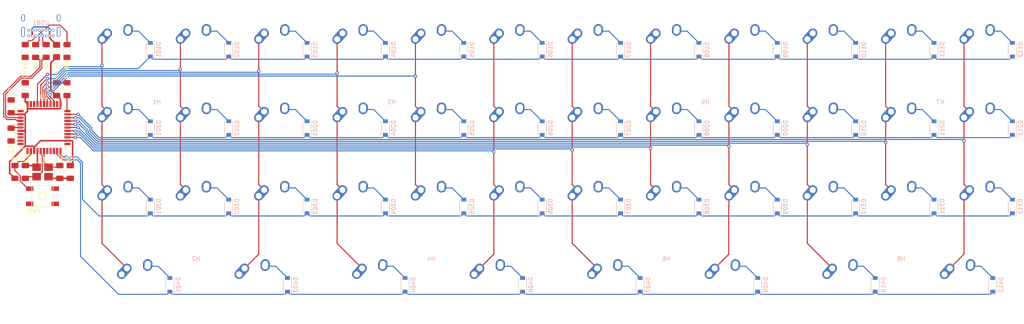
<source format=kicad_pcb>
(kicad_pcb (version 20171130) (host pcbnew "(5.1.7)-1")
  (layers (0 F.Cu signal) (31 B.Cu signal) (34 B.Paste user) (35 F.Paste user) (36 B.SilkS user) (37 F.SilkS user) (38 B.Mask user) (39 F.Mask user) (44 Edge.Cuts user))
  (net 0 "")
  (net 1 "Net-(C1-Pad2)")
  (net 2 GND)
  (net 3 "Net-(C2-Pad2)")
  (net 4 "Net-(C3-Pad2)")
  (net 5 +5V)
  (net 6 "Net-(D101-Pad2)")
  (net 7 ROW0)
  (net 8 "Net-(D102-Pad2)")
  (net 9 "Net-(D103-Pad2)")
  (net 10 "Net-(D104-Pad2)")
  (net 11 "Net-(D105-Pad2)")
  (net 12 "Net-(D106-Pad2)")
  (net 13 "Net-(D107-Pad2)")
  (net 14 "Net-(D108-Pad2)")
  (net 15 "Net-(D109-Pad2)")
  (net 16 "Net-(D110-Pad2)")
  (net 17 "Net-(D111-Pad2)")
  (net 18 "Net-(D112-Pad2)")
  (net 19 "Net-(D201-Pad2)")
  (net 20 ROW1)
  (net 21 "Net-(D202-Pad2)")
  (net 22 "Net-(D203-Pad2)")
  (net 23 "Net-(D204-Pad2)")
  (net 24 "Net-(D205-Pad2)")
  (net 25 "Net-(D206-Pad2)")
  (net 26 "Net-(D207-Pad2)")
  (net 27 "Net-(D208-Pad2)")
  (net 28 "Net-(D209-Pad2)")
  (net 29 "Net-(D210-Pad2)")
  (net 30 "Net-(D211-Pad2)")
  (net 31 "Net-(D212-Pad2)")
  (net 32 "Net-(D301-Pad2)")
  (net 33 ROW2)
  (net 34 "Net-(D302-Pad2)")
  (net 35 "Net-(D303-Pad2)")
  (net 36 "Net-(D304-Pad2)")
  (net 37 "Net-(D305-Pad2)")
  (net 38 "Net-(D306-Pad2)")
  (net 39 "Net-(D307-Pad2)")
  (net 40 "Net-(D308-Pad2)")
  (net 41 "Net-(D309-Pad2)")
  (net 42 "Net-(D310-Pad2)")
  (net 43 "Net-(D311-Pad2)")
  (net 44 "Net-(D312-Pad2)")
  (net 45 "Net-(D401-Pad2)")
  (net 46 ROW3)
  (net 47 "Net-(D403-Pad2)")
  (net 48 "Net-(D404-Pad2)")
  (net 49 "Net-(D406-Pad2)")
  (net 50 "Net-(D407-Pad2)")
  (net 51 "Net-(D409-Pad2)")
  (net 52 "Net-(D410-Pad2)")
  (net 53 "Net-(D412-Pad2)")
  (net 54 "Net-(F1-Pad2)")
  (net 55 COL0)
  (net 56 COL1)
  (net 57 COL2)
  (net 58 COL3)
  (net 59 COL4)
  (net 60 COL5)
  (net 61 COL6)
  (net 62 COL7)
  (net 63 COL8)
  (net 64 COL9)
  (net 65 COL10)
  (net 66 COL11)
  (net 67 "Net-(R1-Pad1)")
  (net 68 D+)
  (net 69 "Net-(R2-Pad1)")
  (net 70 D-)
  (net 71 "Net-(R3-Pad1)")
  (net 72 "Net-(R4-Pad2)")
  (net 73 "Net-(R5-Pad1)")
  (net 74 "Net-(R6-Pad1)")
  (net 75 "Net-(U1-Pad42)")
  (net 76 "Net-(U1-Pad20)")
  (net 77 "Net-(U1-Pad19)")
  (net 78 "Net-(U1-Pad18)")
  (net 79 "Net-(U1-Pad12)")
  (net 80 "Net-(U1-Pad11)")
  (net 81 "Net-(U1-Pad10)")
  (net 82 "Net-(U1-Pad9)")
  (net 83 "Net-(U1-Pad8)")
  (net 84 "Net-(U1-Pad1)")
  (net 85 "Net-(USB1-PadB8)")
  (net 86 "Net-(USB1-PadA8)")
  (module MountingHole:MountingHole_2.2mm_M2 (layer B.Cu) (at 88.9 80.9625)
    (fp_text reference H8 (at 0 3.2) (layer B.SilkS) (effects (justify mirror)))
    (fp_text value MountingHole)
    (pad 1 np_thru_hole circle (at 0 0) (size 2.2 2.2) (drill 2.2) (layers *.Cu *.Mask))
  )
  (module MountingHole:MountingHole_2.2mm_M2 (layer B.Cu) (at 98.425 42.8625)
    (fp_text reference H7 (at 0 3.2) (layer B.SilkS) (effects (justify mirror)))
    (fp_text value MountingHole)
    (pad 1 np_thru_hole circle (at 0 0) (size 2.2 2.2) (drill 2.2) (layers *.Cu *.Mask))
  )
  (module MountingHole:MountingHole_2.2mm_M2 (layer B.Cu) (at 31.75 80.9625)
    (fp_text reference H6 (at 0 3.2) (layer B.SilkS) (effects (justify mirror)))
    (fp_text value MountingHole)
    (pad 1 np_thru_hole circle (at 0 0) (size 2.2 2.2) (drill 2.2) (layers *.Cu *.Mask))
  )
  (module MountingHole:MountingHole_2.2mm_M2 (layer B.Cu) (at 41.275 42.8625)
    (fp_text reference H5 (at 0 3.2) (layer B.SilkS) (effects (justify mirror)))
    (fp_text value MountingHole)
    (pad 1 np_thru_hole circle (at 0 0) (size 2.2 2.2) (drill 2.2) (layers *.Cu *.Mask))
  )
  (module MountingHole:MountingHole_2.2mm_M2 (layer B.Cu) (at -25.4 80.9625)
    (fp_text reference H4 (at 0 3.2) (layer B.SilkS) (effects (justify mirror)))
    (fp_text value MountingHole)
    (pad 1 np_thru_hole circle (at 0 0) (size 2.2 2.2) (drill 2.2) (layers *.Cu *.Mask))
  )
  (module MountingHole:MountingHole_2.2mm_M2 (layer B.Cu) (at -34.925 42.8625)
    (fp_text reference H3 (at 0 3.2) (layer B.SilkS) (effects (justify mirror)))
    (fp_text value MountingHole)
    (pad 1 np_thru_hole circle (at 0 0) (size 2.2 2.2) (drill 2.2) (layers *.Cu *.Mask))
  )
  (module MountingHole:MountingHole_2.2mm_M2 (layer B.Cu) (at -82.55 80.9625)
    (fp_text reference H2 (at 0 3.2) (layer B.SilkS) (effects (justify mirror)))
    (fp_text value MountingHole)
    (pad 1 np_thru_hole circle (at 0 0) (size 2.2 2.2) (drill 2.2) (layers *.Cu *.Mask))
  )
  (module MountingHole:MountingHole_2.2mm_M2 (layer B.Cu) (at -92.075 42.8625)
    (fp_text reference H1 (at 0 3.2) (layer B.SilkS) (effects (justify mirror)))
    (fp_text value MountingHole)
    (pad 1 np_thru_hole circle (at 0 0) (size 2.2 2.2) (drill 2.2) (layers *.Cu *.Mask))
  )
  (module MX_Alps_Hybrid:MX-1.5U-NoLED (layer F.Cu) (at 103.1875 90.4875)
    (fp_text reference MX412)
    (fp_text value MX-NoLED)
    (pad "" np_thru_hole circle (at 5.08 0 48.0996) (size 1.75 1.75) (drill 1.75) (layers *.Cu *.Mask))
    (pad "" np_thru_hole circle (at -5.08 0 48.0996) (size 1.75 1.75) (drill 1.75) (layers *.Cu *.Mask))
    (pad 1 thru_hole circle (at -2.5 -4) (size 2.25 2.25) (drill 1.47) (layers *.Cu B.Mask) (net 66 COL11))
    (pad "" np_thru_hole circle (at 0 0) (size 3.9878 3.9878) (drill 3.9878) (layers *.Cu *.Mask))
    (pad 1 thru_hole oval (at -3.81 -2.54 48.0996) (size 4.211556 2.25) (drill 1.47 (offset 0.980778 0)) (layers *.Cu B.Mask) (net 66 COL11))
    (pad 2 thru_hole circle (at 2.54 -5.08) (size 2.25 2.25) (drill 1.47) (layers *.Cu B.Mask) (net 53 "Net-(D412-Pad2)"))
    (pad 2 thru_hole oval (at 2.5 -4.5 86.0548) (size 2.831378 2.25) (drill 1.47 (offset 0.290689 0)) (layers *.Cu B.Mask) (net 53 "Net-(D412-Pad2)"))
  )
  (module MX_Alps_Hybrid:MX-1.5U-NoLED (layer F.Cu) (at 74.6125 90.4875)
    (fp_text reference MX410)
    (fp_text value MX-NoLED)
    (pad "" np_thru_hole circle (at 5.08 0 48.0996) (size 1.75 1.75) (drill 1.75) (layers *.Cu *.Mask))
    (pad "" np_thru_hole circle (at -5.08 0 48.0996) (size 1.75 1.75) (drill 1.75) (layers *.Cu *.Mask))
    (pad 1 thru_hole circle (at -2.5 -4) (size 2.25 2.25) (drill 1.47) (layers *.Cu B.Mask) (net 64 COL9))
    (pad "" np_thru_hole circle (at 0 0) (size 3.9878 3.9878) (drill 3.9878) (layers *.Cu *.Mask))
    (pad 1 thru_hole oval (at -3.81 -2.54 48.0996) (size 4.211556 2.25) (drill 1.47 (offset 0.980778 0)) (layers *.Cu B.Mask) (net 64 COL9))
    (pad 2 thru_hole circle (at 2.54 -5.08) (size 2.25 2.25) (drill 1.47) (layers *.Cu B.Mask) (net 52 "Net-(D410-Pad2)"))
    (pad 2 thru_hole oval (at 2.5 -4.5 86.0548) (size 2.831378 2.25) (drill 1.47 (offset 0.290689 0)) (layers *.Cu B.Mask) (net 52 "Net-(D410-Pad2)"))
  )
  (module MX_Alps_Hybrid:MX-1.5U-NoLED (layer F.Cu) (at 46.0375 90.4875)
    (fp_text reference MX409)
    (fp_text value MX-NoLED)
    (pad "" np_thru_hole circle (at 5.08 0 48.0996) (size 1.75 1.75) (drill 1.75) (layers *.Cu *.Mask))
    (pad "" np_thru_hole circle (at -5.08 0 48.0996) (size 1.75 1.75) (drill 1.75) (layers *.Cu *.Mask))
    (pad 1 thru_hole circle (at -2.5 -4) (size 2.25 2.25) (drill 1.47) (layers *.Cu B.Mask) (net 63 COL8))
    (pad "" np_thru_hole circle (at 0 0) (size 3.9878 3.9878) (drill 3.9878) (layers *.Cu *.Mask))
    (pad 1 thru_hole oval (at -3.81 -2.54 48.0996) (size 4.211556 2.25) (drill 1.47 (offset 0.980778 0)) (layers *.Cu B.Mask) (net 63 COL8))
    (pad 2 thru_hole circle (at 2.54 -5.08) (size 2.25 2.25) (drill 1.47) (layers *.Cu B.Mask) (net 51 "Net-(D409-Pad2)"))
    (pad 2 thru_hole oval (at 2.5 -4.5 86.0548) (size 2.831378 2.25) (drill 1.47 (offset 0.290689 0)) (layers *.Cu B.Mask) (net 51 "Net-(D409-Pad2)"))
  )
  (module MX_Alps_Hybrid:MX-1.5U-NoLED (layer F.Cu) (at 17.4625 90.4875)
    (fp_text reference MX407)
    (fp_text value MX-NoLED)
    (pad "" np_thru_hole circle (at 5.08 0 48.0996) (size 1.75 1.75) (drill 1.75) (layers *.Cu *.Mask))
    (pad "" np_thru_hole circle (at -5.08 0 48.0996) (size 1.75 1.75) (drill 1.75) (layers *.Cu *.Mask))
    (pad 1 thru_hole circle (at -2.5 -4) (size 2.25 2.25) (drill 1.47) (layers *.Cu B.Mask) (net 61 COL6))
    (pad "" np_thru_hole circle (at 0 0) (size 3.9878 3.9878) (drill 3.9878) (layers *.Cu *.Mask))
    (pad 1 thru_hole oval (at -3.81 -2.54 48.0996) (size 4.211556 2.25) (drill 1.47 (offset 0.980778 0)) (layers *.Cu B.Mask) (net 61 COL6))
    (pad 2 thru_hole circle (at 2.54 -5.08) (size 2.25 2.25) (drill 1.47) (layers *.Cu B.Mask) (net 50 "Net-(D407-Pad2)"))
    (pad 2 thru_hole oval (at 2.5 -4.5 86.0548) (size 2.831378 2.25) (drill 1.47 (offset 0.290689 0)) (layers *.Cu B.Mask) (net 50 "Net-(D407-Pad2)"))
  )
  (module MX_Alps_Hybrid:MX-1.5U-NoLED (layer F.Cu) (at -11.1125 90.4875)
    (fp_text reference MX406)
    (fp_text value MX-NoLED)
    (pad "" np_thru_hole circle (at 5.08 0 48.0996) (size 1.75 1.75) (drill 1.75) (layers *.Cu *.Mask))
    (pad "" np_thru_hole circle (at -5.08 0 48.0996) (size 1.75 1.75) (drill 1.75) (layers *.Cu *.Mask))
    (pad 1 thru_hole circle (at -2.5 -4) (size 2.25 2.25) (drill 1.47) (layers *.Cu B.Mask) (net 60 COL5))
    (pad "" np_thru_hole circle (at 0 0) (size 3.9878 3.9878) (drill 3.9878) (layers *.Cu *.Mask))
    (pad 1 thru_hole oval (at -3.81 -2.54 48.0996) (size 4.211556 2.25) (drill 1.47 (offset 0.980778 0)) (layers *.Cu B.Mask) (net 60 COL5))
    (pad 2 thru_hole circle (at 2.54 -5.08) (size 2.25 2.25) (drill 1.47) (layers *.Cu B.Mask) (net 49 "Net-(D406-Pad2)"))
    (pad 2 thru_hole oval (at 2.5 -4.5 86.0548) (size 2.831378 2.25) (drill 1.47 (offset 0.290689 0)) (layers *.Cu B.Mask) (net 49 "Net-(D406-Pad2)"))
  )
  (module MX_Alps_Hybrid:MX-1.5U-NoLED (layer F.Cu) (at -39.6875 90.4875)
    (fp_text reference MX404)
    (fp_text value MX-NoLED)
    (pad "" np_thru_hole circle (at 5.08 0 48.0996) (size 1.75 1.75) (drill 1.75) (layers *.Cu *.Mask))
    (pad "" np_thru_hole circle (at -5.08 0 48.0996) (size 1.75 1.75) (drill 1.75) (layers *.Cu *.Mask))
    (pad 1 thru_hole circle (at -2.5 -4) (size 2.25 2.25) (drill 1.47) (layers *.Cu B.Mask) (net 58 COL3))
    (pad "" np_thru_hole circle (at 0 0) (size 3.9878 3.9878) (drill 3.9878) (layers *.Cu *.Mask))
    (pad 1 thru_hole oval (at -3.81 -2.54 48.0996) (size 4.211556 2.25) (drill 1.47 (offset 0.980778 0)) (layers *.Cu B.Mask) (net 58 COL3))
    (pad 2 thru_hole circle (at 2.54 -5.08) (size 2.25 2.25) (drill 1.47) (layers *.Cu B.Mask) (net 48 "Net-(D404-Pad2)"))
    (pad 2 thru_hole oval (at 2.5 -4.5 86.0548) (size 2.831378 2.25) (drill 1.47 (offset 0.290689 0)) (layers *.Cu B.Mask) (net 48 "Net-(D404-Pad2)"))
  )
  (module MX_Alps_Hybrid:MX-1.5U-NoLED (layer F.Cu) (at -68.2625 90.4875)
    (fp_text reference MX403)
    (fp_text value MX-NoLED)
    (pad "" np_thru_hole circle (at 5.08 0 48.0996) (size 1.75 1.75) (drill 1.75) (layers *.Cu *.Mask))
    (pad "" np_thru_hole circle (at -5.08 0 48.0996) (size 1.75 1.75) (drill 1.75) (layers *.Cu *.Mask))
    (pad 1 thru_hole circle (at -2.5 -4) (size 2.25 2.25) (drill 1.47) (layers *.Cu B.Mask) (net 57 COL2))
    (pad "" np_thru_hole circle (at 0 0) (size 3.9878 3.9878) (drill 3.9878) (layers *.Cu *.Mask))
    (pad 1 thru_hole oval (at -3.81 -2.54 48.0996) (size 4.211556 2.25) (drill 1.47 (offset 0.980778 0)) (layers *.Cu B.Mask) (net 57 COL2))
    (pad 2 thru_hole circle (at 2.54 -5.08) (size 2.25 2.25) (drill 1.47) (layers *.Cu B.Mask) (net 47 "Net-(D403-Pad2)"))
    (pad 2 thru_hole oval (at 2.5 -4.5 86.0548) (size 2.831378 2.25) (drill 1.47 (offset 0.290689 0)) (layers *.Cu B.Mask) (net 47 "Net-(D403-Pad2)"))
  )
  (module MX_Alps_Hybrid:MX-1.5U-NoLED (layer F.Cu) (at -96.8375 90.4875)
    (fp_text reference MX401)
    (fp_text value MX-NoLED)
    (pad "" np_thru_hole circle (at 5.08 0 48.0996) (size 1.75 1.75) (drill 1.75) (layers *.Cu *.Mask))
    (pad "" np_thru_hole circle (at -5.08 0 48.0996) (size 1.75 1.75) (drill 1.75) (layers *.Cu *.Mask))
    (pad 1 thru_hole circle (at -2.5 -4) (size 2.25 2.25) (drill 1.47) (layers *.Cu B.Mask) (net 55 COL0))
    (pad "" np_thru_hole circle (at 0 0) (size 3.9878 3.9878) (drill 3.9878) (layers *.Cu *.Mask))
    (pad 1 thru_hole oval (at -3.81 -2.54 48.0996) (size 4.211556 2.25) (drill 1.47 (offset 0.980778 0)) (layers *.Cu B.Mask) (net 55 COL0))
    (pad 2 thru_hole circle (at 2.54 -5.08) (size 2.25 2.25) (drill 1.47) (layers *.Cu B.Mask) (net 45 "Net-(D401-Pad2)"))
    (pad 2 thru_hole oval (at 2.5 -4.5 86.0548) (size 2.831378 2.25) (drill 1.47 (offset 0.290689 0)) (layers *.Cu B.Mask) (net 45 "Net-(D401-Pad2)"))
  )
  (module MX_Alps_Hybrid:MX-1U-NoLED (layer F.Cu) (at 107.95 71.4375)
    (fp_text reference MX312)
    (fp_text value MX-NoLED)
    (pad "" np_thru_hole circle (at 5.08 0 48.0996) (size 1.75 1.75) (drill 1.75) (layers *.Cu *.Mask))
    (pad "" np_thru_hole circle (at -5.08 0 48.0996) (size 1.75 1.75) (drill 1.75) (layers *.Cu *.Mask))
    (pad 1 thru_hole circle (at -2.5 -4) (size 2.25 2.25) (drill 1.47) (layers *.Cu B.Mask) (net 66 COL11))
    (pad "" np_thru_hole circle (at 0 0) (size 3.9878 3.9878) (drill 3.9878) (layers *.Cu *.Mask))
    (pad 1 thru_hole oval (at -3.81 -2.54 48.0996) (size 4.211556 2.25) (drill 1.47 (offset 0.980778 0)) (layers *.Cu B.Mask) (net 66 COL11))
    (pad 2 thru_hole circle (at 2.54 -5.08) (size 2.25 2.25) (drill 1.47) (layers *.Cu B.Mask) (net 44 "Net-(D312-Pad2)"))
    (pad 2 thru_hole oval (at 2.5 -4.5 86.0548) (size 2.831378 2.25) (drill 1.47 (offset 0.290689 0)) (layers *.Cu B.Mask) (net 44 "Net-(D312-Pad2)"))
  )
  (module MX_Alps_Hybrid:MX-1U-NoLED (layer F.Cu) (at 88.9 71.4375)
    (fp_text reference MX311)
    (fp_text value MX-NoLED)
    (pad "" np_thru_hole circle (at 5.08 0 48.0996) (size 1.75 1.75) (drill 1.75) (layers *.Cu *.Mask))
    (pad "" np_thru_hole circle (at -5.08 0 48.0996) (size 1.75 1.75) (drill 1.75) (layers *.Cu *.Mask))
    (pad 1 thru_hole circle (at -2.5 -4) (size 2.25 2.25) (drill 1.47) (layers *.Cu B.Mask) (net 65 COL10))
    (pad "" np_thru_hole circle (at 0 0) (size 3.9878 3.9878) (drill 3.9878) (layers *.Cu *.Mask))
    (pad 1 thru_hole oval (at -3.81 -2.54 48.0996) (size 4.211556 2.25) (drill 1.47 (offset 0.980778 0)) (layers *.Cu B.Mask) (net 65 COL10))
    (pad 2 thru_hole circle (at 2.54 -5.08) (size 2.25 2.25) (drill 1.47) (layers *.Cu B.Mask) (net 43 "Net-(D311-Pad2)"))
    (pad 2 thru_hole oval (at 2.5 -4.5 86.0548) (size 2.831378 2.25) (drill 1.47 (offset 0.290689 0)) (layers *.Cu B.Mask) (net 43 "Net-(D311-Pad2)"))
  )
  (module MX_Alps_Hybrid:MX-1U-NoLED (layer F.Cu) (at 69.85 71.4375)
    (fp_text reference MX310)
    (fp_text value MX-NoLED)
    (pad "" np_thru_hole circle (at 5.08 0 48.0996) (size 1.75 1.75) (drill 1.75) (layers *.Cu *.Mask))
    (pad "" np_thru_hole circle (at -5.08 0 48.0996) (size 1.75 1.75) (drill 1.75) (layers *.Cu *.Mask))
    (pad 1 thru_hole circle (at -2.5 -4) (size 2.25 2.25) (drill 1.47) (layers *.Cu B.Mask) (net 64 COL9))
    (pad "" np_thru_hole circle (at 0 0) (size 3.9878 3.9878) (drill 3.9878) (layers *.Cu *.Mask))
    (pad 1 thru_hole oval (at -3.81 -2.54 48.0996) (size 4.211556 2.25) (drill 1.47 (offset 0.980778 0)) (layers *.Cu B.Mask) (net 64 COL9))
    (pad 2 thru_hole circle (at 2.54 -5.08) (size 2.25 2.25) (drill 1.47) (layers *.Cu B.Mask) (net 42 "Net-(D310-Pad2)"))
    (pad 2 thru_hole oval (at 2.5 -4.5 86.0548) (size 2.831378 2.25) (drill 1.47 (offset 0.290689 0)) (layers *.Cu B.Mask) (net 42 "Net-(D310-Pad2)"))
  )
  (module MX_Alps_Hybrid:MX-1U-NoLED (layer F.Cu) (at 50.8 71.4375)
    (fp_text reference MX309)
    (fp_text value MX-NoLED)
    (pad "" np_thru_hole circle (at 5.08 0 48.0996) (size 1.75 1.75) (drill 1.75) (layers *.Cu *.Mask))
    (pad "" np_thru_hole circle (at -5.08 0 48.0996) (size 1.75 1.75) (drill 1.75) (layers *.Cu *.Mask))
    (pad 1 thru_hole circle (at -2.5 -4) (size 2.25 2.25) (drill 1.47) (layers *.Cu B.Mask) (net 63 COL8))
    (pad "" np_thru_hole circle (at 0 0) (size 3.9878 3.9878) (drill 3.9878) (layers *.Cu *.Mask))
    (pad 1 thru_hole oval (at -3.81 -2.54 48.0996) (size 4.211556 2.25) (drill 1.47 (offset 0.980778 0)) (layers *.Cu B.Mask) (net 63 COL8))
    (pad 2 thru_hole circle (at 2.54 -5.08) (size 2.25 2.25) (drill 1.47) (layers *.Cu B.Mask) (net 41 "Net-(D309-Pad2)"))
    (pad 2 thru_hole oval (at 2.5 -4.5 86.0548) (size 2.831378 2.25) (drill 1.47 (offset 0.290689 0)) (layers *.Cu B.Mask) (net 41 "Net-(D309-Pad2)"))
  )
  (module MX_Alps_Hybrid:MX-1U-NoLED (layer F.Cu) (at 31.75 71.4375)
    (fp_text reference MX308)
    (fp_text value MX-NoLED)
    (pad "" np_thru_hole circle (at 5.08 0 48.0996) (size 1.75 1.75) (drill 1.75) (layers *.Cu *.Mask))
    (pad "" np_thru_hole circle (at -5.08 0 48.0996) (size 1.75 1.75) (drill 1.75) (layers *.Cu *.Mask))
    (pad 1 thru_hole circle (at -2.5 -4) (size 2.25 2.25) (drill 1.47) (layers *.Cu B.Mask) (net 62 COL7))
    (pad "" np_thru_hole circle (at 0 0) (size 3.9878 3.9878) (drill 3.9878) (layers *.Cu *.Mask))
    (pad 1 thru_hole oval (at -3.81 -2.54 48.0996) (size 4.211556 2.25) (drill 1.47 (offset 0.980778 0)) (layers *.Cu B.Mask) (net 62 COL7))
    (pad 2 thru_hole circle (at 2.54 -5.08) (size 2.25 2.25) (drill 1.47) (layers *.Cu B.Mask) (net 40 "Net-(D308-Pad2)"))
    (pad 2 thru_hole oval (at 2.5 -4.5 86.0548) (size 2.831378 2.25) (drill 1.47 (offset 0.290689 0)) (layers *.Cu B.Mask) (net 40 "Net-(D308-Pad2)"))
  )
  (module MX_Alps_Hybrid:MX-1U-NoLED (layer F.Cu) (at 12.7 71.4375)
    (fp_text reference MX307)
    (fp_text value MX-NoLED)
    (pad "" np_thru_hole circle (at 5.08 0 48.0996) (size 1.75 1.75) (drill 1.75) (layers *.Cu *.Mask))
    (pad "" np_thru_hole circle (at -5.08 0 48.0996) (size 1.75 1.75) (drill 1.75) (layers *.Cu *.Mask))
    (pad 1 thru_hole circle (at -2.5 -4) (size 2.25 2.25) (drill 1.47) (layers *.Cu B.Mask) (net 61 COL6))
    (pad "" np_thru_hole circle (at 0 0) (size 3.9878 3.9878) (drill 3.9878) (layers *.Cu *.Mask))
    (pad 1 thru_hole oval (at -3.81 -2.54 48.0996) (size 4.211556 2.25) (drill 1.47 (offset 0.980778 0)) (layers *.Cu B.Mask) (net 61 COL6))
    (pad 2 thru_hole circle (at 2.54 -5.08) (size 2.25 2.25) (drill 1.47) (layers *.Cu B.Mask) (net 39 "Net-(D307-Pad2)"))
    (pad 2 thru_hole oval (at 2.5 -4.5 86.0548) (size 2.831378 2.25) (drill 1.47 (offset 0.290689 0)) (layers *.Cu B.Mask) (net 39 "Net-(D307-Pad2)"))
  )
  (module MX_Alps_Hybrid:MX-1U-NoLED (layer F.Cu) (at -6.35 71.4375)
    (fp_text reference MX306)
    (fp_text value MX-NoLED)
    (pad "" np_thru_hole circle (at 5.08 0 48.0996) (size 1.75 1.75) (drill 1.75) (layers *.Cu *.Mask))
    (pad "" np_thru_hole circle (at -5.08 0 48.0996) (size 1.75 1.75) (drill 1.75) (layers *.Cu *.Mask))
    (pad 1 thru_hole circle (at -2.5 -4) (size 2.25 2.25) (drill 1.47) (layers *.Cu B.Mask) (net 60 COL5))
    (pad "" np_thru_hole circle (at 0 0) (size 3.9878 3.9878) (drill 3.9878) (layers *.Cu *.Mask))
    (pad 1 thru_hole oval (at -3.81 -2.54 48.0996) (size 4.211556 2.25) (drill 1.47 (offset 0.980778 0)) (layers *.Cu B.Mask) (net 60 COL5))
    (pad 2 thru_hole circle (at 2.54 -5.08) (size 2.25 2.25) (drill 1.47) (layers *.Cu B.Mask) (net 38 "Net-(D306-Pad2)"))
    (pad 2 thru_hole oval (at 2.5 -4.5 86.0548) (size 2.831378 2.25) (drill 1.47 (offset 0.290689 0)) (layers *.Cu B.Mask) (net 38 "Net-(D306-Pad2)"))
  )
  (module MX_Alps_Hybrid:MX-1U-NoLED (layer F.Cu) (at -25.4 71.4375)
    (fp_text reference MX305)
    (fp_text value MX-NoLED)
    (pad "" np_thru_hole circle (at 5.08 0 48.0996) (size 1.75 1.75) (drill 1.75) (layers *.Cu *.Mask))
    (pad "" np_thru_hole circle (at -5.08 0 48.0996) (size 1.75 1.75) (drill 1.75) (layers *.Cu *.Mask))
    (pad 1 thru_hole circle (at -2.5 -4) (size 2.25 2.25) (drill 1.47) (layers *.Cu B.Mask) (net 59 COL4))
    (pad "" np_thru_hole circle (at 0 0) (size 3.9878 3.9878) (drill 3.9878) (layers *.Cu *.Mask))
    (pad 1 thru_hole oval (at -3.81 -2.54 48.0996) (size 4.211556 2.25) (drill 1.47 (offset 0.980778 0)) (layers *.Cu B.Mask) (net 59 COL4))
    (pad 2 thru_hole circle (at 2.54 -5.08) (size 2.25 2.25) (drill 1.47) (layers *.Cu B.Mask) (net 37 "Net-(D305-Pad2)"))
    (pad 2 thru_hole oval (at 2.5 -4.5 86.0548) (size 2.831378 2.25) (drill 1.47 (offset 0.290689 0)) (layers *.Cu B.Mask) (net 37 "Net-(D305-Pad2)"))
  )
  (module MX_Alps_Hybrid:MX-1U-NoLED (layer F.Cu) (at -44.45 71.4375)
    (fp_text reference MX304)
    (fp_text value MX-NoLED)
    (pad "" np_thru_hole circle (at 5.08 0 48.0996) (size 1.75 1.75) (drill 1.75) (layers *.Cu *.Mask))
    (pad "" np_thru_hole circle (at -5.08 0 48.0996) (size 1.75 1.75) (drill 1.75) (layers *.Cu *.Mask))
    (pad 1 thru_hole circle (at -2.5 -4) (size 2.25 2.25) (drill 1.47) (layers *.Cu B.Mask) (net 58 COL3))
    (pad "" np_thru_hole circle (at 0 0) (size 3.9878 3.9878) (drill 3.9878) (layers *.Cu *.Mask))
    (pad 1 thru_hole oval (at -3.81 -2.54 48.0996) (size 4.211556 2.25) (drill 1.47 (offset 0.980778 0)) (layers *.Cu B.Mask) (net 58 COL3))
    (pad 2 thru_hole circle (at 2.54 -5.08) (size 2.25 2.25) (drill 1.47) (layers *.Cu B.Mask) (net 36 "Net-(D304-Pad2)"))
    (pad 2 thru_hole oval (at 2.5 -4.5 86.0548) (size 2.831378 2.25) (drill 1.47 (offset 0.290689 0)) (layers *.Cu B.Mask) (net 36 "Net-(D304-Pad2)"))
  )
  (module MX_Alps_Hybrid:MX-1U-NoLED (layer F.Cu) (at -63.5 71.4375)
    (fp_text reference MX303)
    (fp_text value MX-NoLED)
    (pad "" np_thru_hole circle (at 5.08 0 48.0996) (size 1.75 1.75) (drill 1.75) (layers *.Cu *.Mask))
    (pad "" np_thru_hole circle (at -5.08 0 48.0996) (size 1.75 1.75) (drill 1.75) (layers *.Cu *.Mask))
    (pad 1 thru_hole circle (at -2.5 -4) (size 2.25 2.25) (drill 1.47) (layers *.Cu B.Mask) (net 57 COL2))
    (pad "" np_thru_hole circle (at 0 0) (size 3.9878 3.9878) (drill 3.9878) (layers *.Cu *.Mask))
    (pad 1 thru_hole oval (at -3.81 -2.54 48.0996) (size 4.211556 2.25) (drill 1.47 (offset 0.980778 0)) (layers *.Cu B.Mask) (net 57 COL2))
    (pad 2 thru_hole circle (at 2.54 -5.08) (size 2.25 2.25) (drill 1.47) (layers *.Cu B.Mask) (net 35 "Net-(D303-Pad2)"))
    (pad 2 thru_hole oval (at 2.5 -4.5 86.0548) (size 2.831378 2.25) (drill 1.47 (offset 0.290689 0)) (layers *.Cu B.Mask) (net 35 "Net-(D303-Pad2)"))
  )
  (module MX_Alps_Hybrid:MX-1U-NoLED (layer F.Cu) (at -82.55 71.4375)
    (fp_text reference MX302)
    (fp_text value MX-NoLED)
    (pad "" np_thru_hole circle (at 5.08 0 48.0996) (size 1.75 1.75) (drill 1.75) (layers *.Cu *.Mask))
    (pad "" np_thru_hole circle (at -5.08 0 48.0996) (size 1.75 1.75) (drill 1.75) (layers *.Cu *.Mask))
    (pad 1 thru_hole circle (at -2.5 -4) (size 2.25 2.25) (drill 1.47) (layers *.Cu B.Mask) (net 56 COL1))
    (pad "" np_thru_hole circle (at 0 0) (size 3.9878 3.9878) (drill 3.9878) (layers *.Cu *.Mask))
    (pad 1 thru_hole oval (at -3.81 -2.54 48.0996) (size 4.211556 2.25) (drill 1.47 (offset 0.980778 0)) (layers *.Cu B.Mask) (net 56 COL1))
    (pad 2 thru_hole circle (at 2.54 -5.08) (size 2.25 2.25) (drill 1.47) (layers *.Cu B.Mask) (net 34 "Net-(D302-Pad2)"))
    (pad 2 thru_hole oval (at 2.5 -4.5 86.0548) (size 2.831378 2.25) (drill 1.47 (offset 0.290689 0)) (layers *.Cu B.Mask) (net 34 "Net-(D302-Pad2)"))
  )
  (module MX_Alps_Hybrid:MX-1U-NoLED (layer F.Cu) (at -101.6 71.4375)
    (fp_text reference MX301)
    (fp_text value MX-NoLED)
    (pad "" np_thru_hole circle (at 5.08 0 48.0996) (size 1.75 1.75) (drill 1.75) (layers *.Cu *.Mask))
    (pad "" np_thru_hole circle (at -5.08 0 48.0996) (size 1.75 1.75) (drill 1.75) (layers *.Cu *.Mask))
    (pad 1 thru_hole circle (at -2.5 -4) (size 2.25 2.25) (drill 1.47) (layers *.Cu B.Mask) (net 55 COL0))
    (pad "" np_thru_hole circle (at 0 0) (size 3.9878 3.9878) (drill 3.9878) (layers *.Cu *.Mask))
    (pad 1 thru_hole oval (at -3.81 -2.54 48.0996) (size 4.211556 2.25) (drill 1.47 (offset 0.980778 0)) (layers *.Cu B.Mask) (net 55 COL0))
    (pad 2 thru_hole circle (at 2.54 -5.08) (size 2.25 2.25) (drill 1.47) (layers *.Cu B.Mask) (net 32 "Net-(D301-Pad2)"))
    (pad 2 thru_hole oval (at 2.5 -4.5 86.0548) (size 2.831378 2.25) (drill 1.47 (offset 0.290689 0)) (layers *.Cu B.Mask) (net 32 "Net-(D301-Pad2)"))
  )
  (module MX_Alps_Hybrid:MX-1U-NoLED (layer F.Cu) (at 107.95 52.3875)
    (fp_text reference MX212)
    (fp_text value MX-NoLED)
    (pad "" np_thru_hole circle (at 5.08 0 48.0996) (size 1.75 1.75) (drill 1.75) (layers *.Cu *.Mask))
    (pad "" np_thru_hole circle (at -5.08 0 48.0996) (size 1.75 1.75) (drill 1.75) (layers *.Cu *.Mask))
    (pad 1 thru_hole circle (at -2.5 -4) (size 2.25 2.25) (drill 1.47) (layers *.Cu B.Mask) (net 66 COL11))
    (pad "" np_thru_hole circle (at 0 0) (size 3.9878 3.9878) (drill 3.9878) (layers *.Cu *.Mask))
    (pad 1 thru_hole oval (at -3.81 -2.54 48.0996) (size 4.211556 2.25) (drill 1.47 (offset 0.980778 0)) (layers *.Cu B.Mask) (net 66 COL11))
    (pad 2 thru_hole circle (at 2.54 -5.08) (size 2.25 2.25) (drill 1.47) (layers *.Cu B.Mask) (net 31 "Net-(D212-Pad2)"))
    (pad 2 thru_hole oval (at 2.5 -4.5 86.0548) (size 2.831378 2.25) (drill 1.47 (offset 0.290689 0)) (layers *.Cu B.Mask) (net 31 "Net-(D212-Pad2)"))
  )
  (module MX_Alps_Hybrid:MX-1U-NoLED (layer F.Cu) (at 88.9 52.3875)
    (fp_text reference MX211)
    (fp_text value MX-NoLED)
    (pad "" np_thru_hole circle (at 5.08 0 48.0996) (size 1.75 1.75) (drill 1.75) (layers *.Cu *.Mask))
    (pad "" np_thru_hole circle (at -5.08 0 48.0996) (size 1.75 1.75) (drill 1.75) (layers *.Cu *.Mask))
    (pad 1 thru_hole circle (at -2.5 -4) (size 2.25 2.25) (drill 1.47) (layers *.Cu B.Mask) (net 65 COL10))
    (pad "" np_thru_hole circle (at 0 0) (size 3.9878 3.9878) (drill 3.9878) (layers *.Cu *.Mask))
    (pad 1 thru_hole oval (at -3.81 -2.54 48.0996) (size 4.211556 2.25) (drill 1.47 (offset 0.980778 0)) (layers *.Cu B.Mask) (net 65 COL10))
    (pad 2 thru_hole circle (at 2.54 -5.08) (size 2.25 2.25) (drill 1.47) (layers *.Cu B.Mask) (net 30 "Net-(D211-Pad2)"))
    (pad 2 thru_hole oval (at 2.5 -4.5 86.0548) (size 2.831378 2.25) (drill 1.47 (offset 0.290689 0)) (layers *.Cu B.Mask) (net 30 "Net-(D211-Pad2)"))
  )
  (module MX_Alps_Hybrid:MX-1U-NoLED (layer F.Cu) (at 69.85 52.3875)
    (fp_text reference MX210)
    (fp_text value MX-NoLED)
    (pad "" np_thru_hole circle (at 5.08 0 48.0996) (size 1.75 1.75) (drill 1.75) (layers *.Cu *.Mask))
    (pad "" np_thru_hole circle (at -5.08 0 48.0996) (size 1.75 1.75) (drill 1.75) (layers *.Cu *.Mask))
    (pad 1 thru_hole circle (at -2.5 -4) (size 2.25 2.25) (drill 1.47) (layers *.Cu B.Mask) (net 64 COL9))
    (pad "" np_thru_hole circle (at 0 0) (size 3.9878 3.9878) (drill 3.9878) (layers *.Cu *.Mask))
    (pad 1 thru_hole oval (at -3.81 -2.54 48.0996) (size 4.211556 2.25) (drill 1.47 (offset 0.980778 0)) (layers *.Cu B.Mask) (net 64 COL9))
    (pad 2 thru_hole circle (at 2.54 -5.08) (size 2.25 2.25) (drill 1.47) (layers *.Cu B.Mask) (net 29 "Net-(D210-Pad2)"))
    (pad 2 thru_hole oval (at 2.5 -4.5 86.0548) (size 2.831378 2.25) (drill 1.47 (offset 0.290689 0)) (layers *.Cu B.Mask) (net 29 "Net-(D210-Pad2)"))
  )
  (module MX_Alps_Hybrid:MX-1U-NoLED (layer F.Cu) (at 50.8 52.3875)
    (fp_text reference MX209)
    (fp_text value MX-NoLED)
    (pad "" np_thru_hole circle (at 5.08 0 48.0996) (size 1.75 1.75) (drill 1.75) (layers *.Cu *.Mask))
    (pad "" np_thru_hole circle (at -5.08 0 48.0996) (size 1.75 1.75) (drill 1.75) (layers *.Cu *.Mask))
    (pad 1 thru_hole circle (at -2.5 -4) (size 2.25 2.25) (drill 1.47) (layers *.Cu B.Mask) (net 63 COL8))
    (pad "" np_thru_hole circle (at 0 0) (size 3.9878 3.9878) (drill 3.9878) (layers *.Cu *.Mask))
    (pad 1 thru_hole oval (at -3.81 -2.54 48.0996) (size 4.211556 2.25) (drill 1.47 (offset 0.980778 0)) (layers *.Cu B.Mask) (net 63 COL8))
    (pad 2 thru_hole circle (at 2.54 -5.08) (size 2.25 2.25) (drill 1.47) (layers *.Cu B.Mask) (net 28 "Net-(D209-Pad2)"))
    (pad 2 thru_hole oval (at 2.5 -4.5 86.0548) (size 2.831378 2.25) (drill 1.47 (offset 0.290689 0)) (layers *.Cu B.Mask) (net 28 "Net-(D209-Pad2)"))
  )
  (module MX_Alps_Hybrid:MX-1U-NoLED (layer F.Cu) (at 31.75 52.3875)
    (fp_text reference MX208)
    (fp_text value MX-NoLED)
    (pad "" np_thru_hole circle (at 5.08 0 48.0996) (size 1.75 1.75) (drill 1.75) (layers *.Cu *.Mask))
    (pad "" np_thru_hole circle (at -5.08 0 48.0996) (size 1.75 1.75) (drill 1.75) (layers *.Cu *.Mask))
    (pad 1 thru_hole circle (at -2.5 -4) (size 2.25 2.25) (drill 1.47) (layers *.Cu B.Mask) (net 62 COL7))
    (pad "" np_thru_hole circle (at 0 0) (size 3.9878 3.9878) (drill 3.9878) (layers *.Cu *.Mask))
    (pad 1 thru_hole oval (at -3.81 -2.54 48.0996) (size 4.211556 2.25) (drill 1.47 (offset 0.980778 0)) (layers *.Cu B.Mask) (net 62 COL7))
    (pad 2 thru_hole circle (at 2.54 -5.08) (size 2.25 2.25) (drill 1.47) (layers *.Cu B.Mask) (net 27 "Net-(D208-Pad2)"))
    (pad 2 thru_hole oval (at 2.5 -4.5 86.0548) (size 2.831378 2.25) (drill 1.47 (offset 0.290689 0)) (layers *.Cu B.Mask) (net 27 "Net-(D208-Pad2)"))
  )
  (module MX_Alps_Hybrid:MX-1U-NoLED (layer F.Cu) (at 12.7 52.3875)
    (fp_text reference MX207)
    (fp_text value MX-NoLED)
    (pad "" np_thru_hole circle (at 5.08 0 48.0996) (size 1.75 1.75) (drill 1.75) (layers *.Cu *.Mask))
    (pad "" np_thru_hole circle (at -5.08 0 48.0996) (size 1.75 1.75) (drill 1.75) (layers *.Cu *.Mask))
    (pad 1 thru_hole circle (at -2.5 -4) (size 2.25 2.25) (drill 1.47) (layers *.Cu B.Mask) (net 61 COL6))
    (pad "" np_thru_hole circle (at 0 0) (size 3.9878 3.9878) (drill 3.9878) (layers *.Cu *.Mask))
    (pad 1 thru_hole oval (at -3.81 -2.54 48.0996) (size 4.211556 2.25) (drill 1.47 (offset 0.980778 0)) (layers *.Cu B.Mask) (net 61 COL6))
    (pad 2 thru_hole circle (at 2.54 -5.08) (size 2.25 2.25) (drill 1.47) (layers *.Cu B.Mask) (net 26 "Net-(D207-Pad2)"))
    (pad 2 thru_hole oval (at 2.5 -4.5 86.0548) (size 2.831378 2.25) (drill 1.47 (offset 0.290689 0)) (layers *.Cu B.Mask) (net 26 "Net-(D207-Pad2)"))
  )
  (module MX_Alps_Hybrid:MX-1U-NoLED (layer F.Cu) (at -6.35 52.3875)
    (fp_text reference MX206)
    (fp_text value MX-NoLED)
    (pad "" np_thru_hole circle (at 5.08 0 48.0996) (size 1.75 1.75) (drill 1.75) (layers *.Cu *.Mask))
    (pad "" np_thru_hole circle (at -5.08 0 48.0996) (size 1.75 1.75) (drill 1.75) (layers *.Cu *.Mask))
    (pad 1 thru_hole circle (at -2.5 -4) (size 2.25 2.25) (drill 1.47) (layers *.Cu B.Mask) (net 60 COL5))
    (pad "" np_thru_hole circle (at 0 0) (size 3.9878 3.9878) (drill 3.9878) (layers *.Cu *.Mask))
    (pad 1 thru_hole oval (at -3.81 -2.54 48.0996) (size 4.211556 2.25) (drill 1.47 (offset 0.980778 0)) (layers *.Cu B.Mask) (net 60 COL5))
    (pad 2 thru_hole circle (at 2.54 -5.08) (size 2.25 2.25) (drill 1.47) (layers *.Cu B.Mask) (net 25 "Net-(D206-Pad2)"))
    (pad 2 thru_hole oval (at 2.5 -4.5 86.0548) (size 2.831378 2.25) (drill 1.47 (offset 0.290689 0)) (layers *.Cu B.Mask) (net 25 "Net-(D206-Pad2)"))
  )
  (module MX_Alps_Hybrid:MX-1U-NoLED (layer F.Cu) (at -25.4 52.3875)
    (fp_text reference MX205)
    (fp_text value MX-NoLED)
    (pad "" np_thru_hole circle (at 5.08 0 48.0996) (size 1.75 1.75) (drill 1.75) (layers *.Cu *.Mask))
    (pad "" np_thru_hole circle (at -5.08 0 48.0996) (size 1.75 1.75) (drill 1.75) (layers *.Cu *.Mask))
    (pad 1 thru_hole circle (at -2.5 -4) (size 2.25 2.25) (drill 1.47) (layers *.Cu B.Mask) (net 59 COL4))
    (pad "" np_thru_hole circle (at 0 0) (size 3.9878 3.9878) (drill 3.9878) (layers *.Cu *.Mask))
    (pad 1 thru_hole oval (at -3.81 -2.54 48.0996) (size 4.211556 2.25) (drill 1.47 (offset 0.980778 0)) (layers *.Cu B.Mask) (net 59 COL4))
    (pad 2 thru_hole circle (at 2.54 -5.08) (size 2.25 2.25) (drill 1.47) (layers *.Cu B.Mask) (net 24 "Net-(D205-Pad2)"))
    (pad 2 thru_hole oval (at 2.5 -4.5 86.0548) (size 2.831378 2.25) (drill 1.47 (offset 0.290689 0)) (layers *.Cu B.Mask) (net 24 "Net-(D205-Pad2)"))
  )
  (module MX_Alps_Hybrid:MX-1U-NoLED (layer F.Cu) (at -44.45 52.3875)
    (fp_text reference MX204)
    (fp_text value MX-NoLED)
    (pad "" np_thru_hole circle (at 5.08 0 48.0996) (size 1.75 1.75) (drill 1.75) (layers *.Cu *.Mask))
    (pad "" np_thru_hole circle (at -5.08 0 48.0996) (size 1.75 1.75) (drill 1.75) (layers *.Cu *.Mask))
    (pad 1 thru_hole circle (at -2.5 -4) (size 2.25 2.25) (drill 1.47) (layers *.Cu B.Mask) (net 58 COL3))
    (pad "" np_thru_hole circle (at 0 0) (size 3.9878 3.9878) (drill 3.9878) (layers *.Cu *.Mask))
    (pad 1 thru_hole oval (at -3.81 -2.54 48.0996) (size 4.211556 2.25) (drill 1.47 (offset 0.980778 0)) (layers *.Cu B.Mask) (net 58 COL3))
    (pad 2 thru_hole circle (at 2.54 -5.08) (size 2.25 2.25) (drill 1.47) (layers *.Cu B.Mask) (net 23 "Net-(D204-Pad2)"))
    (pad 2 thru_hole oval (at 2.5 -4.5 86.0548) (size 2.831378 2.25) (drill 1.47 (offset 0.290689 0)) (layers *.Cu B.Mask) (net 23 "Net-(D204-Pad2)"))
  )
  (module MX_Alps_Hybrid:MX-1U-NoLED (layer F.Cu) (at -63.5 52.3875)
    (fp_text reference MX203)
    (fp_text value MX-NoLED)
    (pad "" np_thru_hole circle (at 5.08 0 48.0996) (size 1.75 1.75) (drill 1.75) (layers *.Cu *.Mask))
    (pad "" np_thru_hole circle (at -5.08 0 48.0996) (size 1.75 1.75) (drill 1.75) (layers *.Cu *.Mask))
    (pad 1 thru_hole circle (at -2.5 -4) (size 2.25 2.25) (drill 1.47) (layers *.Cu B.Mask) (net 57 COL2))
    (pad "" np_thru_hole circle (at 0 0) (size 3.9878 3.9878) (drill 3.9878) (layers *.Cu *.Mask))
    (pad 1 thru_hole oval (at -3.81 -2.54 48.0996) (size 4.211556 2.25) (drill 1.47 (offset 0.980778 0)) (layers *.Cu B.Mask) (net 57 COL2))
    (pad 2 thru_hole circle (at 2.54 -5.08) (size 2.25 2.25) (drill 1.47) (layers *.Cu B.Mask) (net 22 "Net-(D203-Pad2)"))
    (pad 2 thru_hole oval (at 2.5 -4.5 86.0548) (size 2.831378 2.25) (drill 1.47 (offset 0.290689 0)) (layers *.Cu B.Mask) (net 22 "Net-(D203-Pad2)"))
  )
  (module MX_Alps_Hybrid:MX-1U-NoLED (layer F.Cu) (at -82.55 52.3875)
    (fp_text reference MX202)
    (fp_text value MX-NoLED)
    (pad "" np_thru_hole circle (at 5.08 0 48.0996) (size 1.75 1.75) (drill 1.75) (layers *.Cu *.Mask))
    (pad "" np_thru_hole circle (at -5.08 0 48.0996) (size 1.75 1.75) (drill 1.75) (layers *.Cu *.Mask))
    (pad 1 thru_hole circle (at -2.5 -4) (size 2.25 2.25) (drill 1.47) (layers *.Cu B.Mask) (net 56 COL1))
    (pad "" np_thru_hole circle (at 0 0) (size 3.9878 3.9878) (drill 3.9878) (layers *.Cu *.Mask))
    (pad 1 thru_hole oval (at -3.81 -2.54 48.0996) (size 4.211556 2.25) (drill 1.47 (offset 0.980778 0)) (layers *.Cu B.Mask) (net 56 COL1))
    (pad 2 thru_hole circle (at 2.54 -5.08) (size 2.25 2.25) (drill 1.47) (layers *.Cu B.Mask) (net 21 "Net-(D202-Pad2)"))
    (pad 2 thru_hole oval (at 2.5 -4.5 86.0548) (size 2.831378 2.25) (drill 1.47 (offset 0.290689 0)) (layers *.Cu B.Mask) (net 21 "Net-(D202-Pad2)"))
  )
  (module MX_Alps_Hybrid:MX-1U-NoLED (layer F.Cu) (at -101.6 52.3875)
    (fp_text reference MX201)
    (fp_text value MX-NoLED)
    (pad "" np_thru_hole circle (at 5.08 0 48.0996) (size 1.75 1.75) (drill 1.75) (layers *.Cu *.Mask))
    (pad "" np_thru_hole circle (at -5.08 0 48.0996) (size 1.75 1.75) (drill 1.75) (layers *.Cu *.Mask))
    (pad 1 thru_hole circle (at -2.5 -4) (size 2.25 2.25) (drill 1.47) (layers *.Cu B.Mask) (net 55 COL0))
    (pad "" np_thru_hole circle (at 0 0) (size 3.9878 3.9878) (drill 3.9878) (layers *.Cu *.Mask))
    (pad 1 thru_hole oval (at -3.81 -2.54 48.0996) (size 4.211556 2.25) (drill 1.47 (offset 0.980778 0)) (layers *.Cu B.Mask) (net 55 COL0))
    (pad 2 thru_hole circle (at 2.54 -5.08) (size 2.25 2.25) (drill 1.47) (layers *.Cu B.Mask) (net 19 "Net-(D201-Pad2)"))
    (pad 2 thru_hole oval (at 2.5 -4.5 86.0548) (size 2.831378 2.25) (drill 1.47 (offset 0.290689 0)) (layers *.Cu B.Mask) (net 19 "Net-(D201-Pad2)"))
  )
  (module MX_Alps_Hybrid:MX-1U-NoLED (layer F.Cu) (at 107.95 33.3375)
    (fp_text reference MX112)
    (fp_text value MX-NoLED)
    (pad "" np_thru_hole circle (at 5.08 0 48.0996) (size 1.75 1.75) (drill 1.75) (layers *.Cu *.Mask))
    (pad "" np_thru_hole circle (at -5.08 0 48.0996) (size 1.75 1.75) (drill 1.75) (layers *.Cu *.Mask))
    (pad 1 thru_hole circle (at -2.5 -4) (size 2.25 2.25) (drill 1.47) (layers *.Cu B.Mask) (net 66 COL11))
    (pad "" np_thru_hole circle (at 0 0) (size 3.9878 3.9878) (drill 3.9878) (layers *.Cu *.Mask))
    (pad 1 thru_hole oval (at -3.81 -2.54 48.0996) (size 4.211556 2.25) (drill 1.47 (offset 0.980778 0)) (layers *.Cu B.Mask) (net 66 COL11))
    (pad 2 thru_hole circle (at 2.54 -5.08) (size 2.25 2.25) (drill 1.47) (layers *.Cu B.Mask) (net 18 "Net-(D112-Pad2)"))
    (pad 2 thru_hole oval (at 2.5 -4.5 86.0548) (size 2.831378 2.25) (drill 1.47 (offset 0.290689 0)) (layers *.Cu B.Mask) (net 18 "Net-(D112-Pad2)"))
  )
  (module MX_Alps_Hybrid:MX-1U-NoLED (layer F.Cu) (at 88.9 33.3375)
    (fp_text reference MX111)
    (fp_text value MX-NoLED)
    (pad "" np_thru_hole circle (at 5.08 0 48.0996) (size 1.75 1.75) (drill 1.75) (layers *.Cu *.Mask))
    (pad "" np_thru_hole circle (at -5.08 0 48.0996) (size 1.75 1.75) (drill 1.75) (layers *.Cu *.Mask))
    (pad 1 thru_hole circle (at -2.5 -4) (size 2.25 2.25) (drill 1.47) (layers *.Cu B.Mask) (net 65 COL10))
    (pad "" np_thru_hole circle (at 0 0) (size 3.9878 3.9878) (drill 3.9878) (layers *.Cu *.Mask))
    (pad 1 thru_hole oval (at -3.81 -2.54 48.0996) (size 4.211556 2.25) (drill 1.47 (offset 0.980778 0)) (layers *.Cu B.Mask) (net 65 COL10))
    (pad 2 thru_hole circle (at 2.54 -5.08) (size 2.25 2.25) (drill 1.47) (layers *.Cu B.Mask) (net 17 "Net-(D111-Pad2)"))
    (pad 2 thru_hole oval (at 2.5 -4.5 86.0548) (size 2.831378 2.25) (drill 1.47 (offset 0.290689 0)) (layers *.Cu B.Mask) (net 17 "Net-(D111-Pad2)"))
  )
  (module MX_Alps_Hybrid:MX-1U-NoLED (layer F.Cu) (at 69.85 33.3375)
    (fp_text reference MX110)
    (fp_text value MX-NoLED)
    (pad "" np_thru_hole circle (at 5.08 0 48.0996) (size 1.75 1.75) (drill 1.75) (layers *.Cu *.Mask))
    (pad "" np_thru_hole circle (at -5.08 0 48.0996) (size 1.75 1.75) (drill 1.75) (layers *.Cu *.Mask))
    (pad 1 thru_hole circle (at -2.5 -4) (size 2.25 2.25) (drill 1.47) (layers *.Cu B.Mask) (net 64 COL9))
    (pad "" np_thru_hole circle (at 0 0) (size 3.9878 3.9878) (drill 3.9878) (layers *.Cu *.Mask))
    (pad 1 thru_hole oval (at -3.81 -2.54 48.0996) (size 4.211556 2.25) (drill 1.47 (offset 0.980778 0)) (layers *.Cu B.Mask) (net 64 COL9))
    (pad 2 thru_hole circle (at 2.54 -5.08) (size 2.25 2.25) (drill 1.47) (layers *.Cu B.Mask) (net 16 "Net-(D110-Pad2)"))
    (pad 2 thru_hole oval (at 2.5 -4.5 86.0548) (size 2.831378 2.25) (drill 1.47 (offset 0.290689 0)) (layers *.Cu B.Mask) (net 16 "Net-(D110-Pad2)"))
  )
  (module MX_Alps_Hybrid:MX-1U-NoLED (layer F.Cu) (at 50.8 33.3375)
    (fp_text reference MX109)
    (fp_text value MX-NoLED)
    (pad "" np_thru_hole circle (at 5.08 0 48.0996) (size 1.75 1.75) (drill 1.75) (layers *.Cu *.Mask))
    (pad "" np_thru_hole circle (at -5.08 0 48.0996) (size 1.75 1.75) (drill 1.75) (layers *.Cu *.Mask))
    (pad 1 thru_hole circle (at -2.5 -4) (size 2.25 2.25) (drill 1.47) (layers *.Cu B.Mask) (net 63 COL8))
    (pad "" np_thru_hole circle (at 0 0) (size 3.9878 3.9878) (drill 3.9878) (layers *.Cu *.Mask))
    (pad 1 thru_hole oval (at -3.81 -2.54 48.0996) (size 4.211556 2.25) (drill 1.47 (offset 0.980778 0)) (layers *.Cu B.Mask) (net 63 COL8))
    (pad 2 thru_hole circle (at 2.54 -5.08) (size 2.25 2.25) (drill 1.47) (layers *.Cu B.Mask) (net 15 "Net-(D109-Pad2)"))
    (pad 2 thru_hole oval (at 2.5 -4.5 86.0548) (size 2.831378 2.25) (drill 1.47 (offset 0.290689 0)) (layers *.Cu B.Mask) (net 15 "Net-(D109-Pad2)"))
  )
  (module MX_Alps_Hybrid:MX-1U-NoLED (layer F.Cu) (at 31.75 33.3375)
    (fp_text reference MX108)
    (fp_text value MX-NoLED)
    (pad "" np_thru_hole circle (at 5.08 0 48.0996) (size 1.75 1.75) (drill 1.75) (layers *.Cu *.Mask))
    (pad "" np_thru_hole circle (at -5.08 0 48.0996) (size 1.75 1.75) (drill 1.75) (layers *.Cu *.Mask))
    (pad 1 thru_hole circle (at -2.5 -4) (size 2.25 2.25) (drill 1.47) (layers *.Cu B.Mask) (net 62 COL7))
    (pad "" np_thru_hole circle (at 0 0) (size 3.9878 3.9878) (drill 3.9878) (layers *.Cu *.Mask))
    (pad 1 thru_hole oval (at -3.81 -2.54 48.0996) (size 4.211556 2.25) (drill 1.47 (offset 0.980778 0)) (layers *.Cu B.Mask) (net 62 COL7))
    (pad 2 thru_hole circle (at 2.54 -5.08) (size 2.25 2.25) (drill 1.47) (layers *.Cu B.Mask) (net 14 "Net-(D108-Pad2)"))
    (pad 2 thru_hole oval (at 2.5 -4.5 86.0548) (size 2.831378 2.25) (drill 1.47 (offset 0.290689 0)) (layers *.Cu B.Mask) (net 14 "Net-(D108-Pad2)"))
  )
  (module MX_Alps_Hybrid:MX-1U-NoLED (layer F.Cu) (at 12.7 33.3375)
    (fp_text reference MX107)
    (fp_text value MX-NoLED)
    (pad "" np_thru_hole circle (at 5.08 0 48.0996) (size 1.75 1.75) (drill 1.75) (layers *.Cu *.Mask))
    (pad "" np_thru_hole circle (at -5.08 0 48.0996) (size 1.75 1.75) (drill 1.75) (layers *.Cu *.Mask))
    (pad 1 thru_hole circle (at -2.5 -4) (size 2.25 2.25) (drill 1.47) (layers *.Cu B.Mask) (net 61 COL6))
    (pad "" np_thru_hole circle (at 0 0) (size 3.9878 3.9878) (drill 3.9878) (layers *.Cu *.Mask))
    (pad 1 thru_hole oval (at -3.81 -2.54 48.0996) (size 4.211556 2.25) (drill 1.47 (offset 0.980778 0)) (layers *.Cu B.Mask) (net 61 COL6))
    (pad 2 thru_hole circle (at 2.54 -5.08) (size 2.25 2.25) (drill 1.47) (layers *.Cu B.Mask) (net 13 "Net-(D107-Pad2)"))
    (pad 2 thru_hole oval (at 2.5 -4.5 86.0548) (size 2.831378 2.25) (drill 1.47 (offset 0.290689 0)) (layers *.Cu B.Mask) (net 13 "Net-(D107-Pad2)"))
  )
  (module MX_Alps_Hybrid:MX-1U-NoLED (layer F.Cu) (at -6.35 33.3375)
    (fp_text reference MX106)
    (fp_text value MX-NoLED)
    (pad "" np_thru_hole circle (at 5.08 0 48.0996) (size 1.75 1.75) (drill 1.75) (layers *.Cu *.Mask))
    (pad "" np_thru_hole circle (at -5.08 0 48.0996) (size 1.75 1.75) (drill 1.75) (layers *.Cu *.Mask))
    (pad 1 thru_hole circle (at -2.5 -4) (size 2.25 2.25) (drill 1.47) (layers *.Cu B.Mask) (net 60 COL5))
    (pad "" np_thru_hole circle (at 0 0) (size 3.9878 3.9878) (drill 3.9878) (layers *.Cu *.Mask))
    (pad 1 thru_hole oval (at -3.81 -2.54 48.0996) (size 4.211556 2.25) (drill 1.47 (offset 0.980778 0)) (layers *.Cu B.Mask) (net 60 COL5))
    (pad 2 thru_hole circle (at 2.54 -5.08) (size 2.25 2.25) (drill 1.47) (layers *.Cu B.Mask) (net 12 "Net-(D106-Pad2)"))
    (pad 2 thru_hole oval (at 2.5 -4.5 86.0548) (size 2.831378 2.25) (drill 1.47 (offset 0.290689 0)) (layers *.Cu B.Mask) (net 12 "Net-(D106-Pad2)"))
  )
  (module MX_Alps_Hybrid:MX-1U-NoLED (layer F.Cu) (at -25.4 33.3375)
    (fp_text reference MX105)
    (fp_text value MX-NoLED)
    (pad "" np_thru_hole circle (at 5.08 0 48.0996) (size 1.75 1.75) (drill 1.75) (layers *.Cu *.Mask))
    (pad "" np_thru_hole circle (at -5.08 0 48.0996) (size 1.75 1.75) (drill 1.75) (layers *.Cu *.Mask))
    (pad 1 thru_hole circle (at -2.5 -4) (size 2.25 2.25) (drill 1.47) (layers *.Cu B.Mask) (net 59 COL4))
    (pad "" np_thru_hole circle (at 0 0) (size 3.9878 3.9878) (drill 3.9878) (layers *.Cu *.Mask))
    (pad 1 thru_hole oval (at -3.81 -2.54 48.0996) (size 4.211556 2.25) (drill 1.47 (offset 0.980778 0)) (layers *.Cu B.Mask) (net 59 COL4))
    (pad 2 thru_hole circle (at 2.54 -5.08) (size 2.25 2.25) (drill 1.47) (layers *.Cu B.Mask) (net 11 "Net-(D105-Pad2)"))
    (pad 2 thru_hole oval (at 2.5 -4.5 86.0548) (size 2.831378 2.25) (drill 1.47 (offset 0.290689 0)) (layers *.Cu B.Mask) (net 11 "Net-(D105-Pad2)"))
  )
  (module MX_Alps_Hybrid:MX-1U-NoLED (layer F.Cu) (at -44.45 33.3375)
    (fp_text reference MX104)
    (fp_text value MX-NoLED)
    (pad "" np_thru_hole circle (at 5.08 0 48.0996) (size 1.75 1.75) (drill 1.75) (layers *.Cu *.Mask))
    (pad "" np_thru_hole circle (at -5.08 0 48.0996) (size 1.75 1.75) (drill 1.75) (layers *.Cu *.Mask))
    (pad 1 thru_hole circle (at -2.5 -4) (size 2.25 2.25) (drill 1.47) (layers *.Cu B.Mask) (net 58 COL3))
    (pad "" np_thru_hole circle (at 0 0) (size 3.9878 3.9878) (drill 3.9878) (layers *.Cu *.Mask))
    (pad 1 thru_hole oval (at -3.81 -2.54 48.0996) (size 4.211556 2.25) (drill 1.47 (offset 0.980778 0)) (layers *.Cu B.Mask) (net 58 COL3))
    (pad 2 thru_hole circle (at 2.54 -5.08) (size 2.25 2.25) (drill 1.47) (layers *.Cu B.Mask) (net 10 "Net-(D104-Pad2)"))
    (pad 2 thru_hole oval (at 2.5 -4.5 86.0548) (size 2.831378 2.25) (drill 1.47 (offset 0.290689 0)) (layers *.Cu B.Mask) (net 10 "Net-(D104-Pad2)"))
  )
  (module MX_Alps_Hybrid:MX-1U-NoLED (layer F.Cu) (at -63.5 33.3375)
    (fp_text reference MX103)
    (fp_text value MX-NoLED)
    (pad "" np_thru_hole circle (at 5.08 0 48.0996) (size 1.75 1.75) (drill 1.75) (layers *.Cu *.Mask))
    (pad "" np_thru_hole circle (at -5.08 0 48.0996) (size 1.75 1.75) (drill 1.75) (layers *.Cu *.Mask))
    (pad 1 thru_hole circle (at -2.5 -4) (size 2.25 2.25) (drill 1.47) (layers *.Cu B.Mask) (net 57 COL2))
    (pad "" np_thru_hole circle (at 0 0) (size 3.9878 3.9878) (drill 3.9878) (layers *.Cu *.Mask))
    (pad 1 thru_hole oval (at -3.81 -2.54 48.0996) (size 4.211556 2.25) (drill 1.47 (offset 0.980778 0)) (layers *.Cu B.Mask) (net 57 COL2))
    (pad 2 thru_hole circle (at 2.54 -5.08) (size 2.25 2.25) (drill 1.47) (layers *.Cu B.Mask) (net 9 "Net-(D103-Pad2)"))
    (pad 2 thru_hole oval (at 2.5 -4.5 86.0548) (size 2.831378 2.25) (drill 1.47 (offset 0.290689 0)) (layers *.Cu B.Mask) (net 9 "Net-(D103-Pad2)"))
  )
  (module MX_Alps_Hybrid:MX-1U-NoLED (layer F.Cu) (at -82.55 33.3375)
    (fp_text reference MX102)
    (fp_text value MX-NoLED)
    (pad "" np_thru_hole circle (at 5.08 0 48.0996) (size 1.75 1.75) (drill 1.75) (layers *.Cu *.Mask))
    (pad "" np_thru_hole circle (at -5.08 0 48.0996) (size 1.75 1.75) (drill 1.75) (layers *.Cu *.Mask))
    (pad 1 thru_hole circle (at -2.5 -4) (size 2.25 2.25) (drill 1.47) (layers *.Cu B.Mask) (net 56 COL1))
    (pad "" np_thru_hole circle (at 0 0) (size 3.9878 3.9878) (drill 3.9878) (layers *.Cu *.Mask))
    (pad 1 thru_hole oval (at -3.81 -2.54 48.0996) (size 4.211556 2.25) (drill 1.47 (offset 0.980778 0)) (layers *.Cu B.Mask) (net 56 COL1))
    (pad 2 thru_hole circle (at 2.54 -5.08) (size 2.25 2.25) (drill 1.47) (layers *.Cu B.Mask) (net 8 "Net-(D102-Pad2)"))
    (pad 2 thru_hole oval (at 2.5 -4.5 86.0548) (size 2.831378 2.25) (drill 1.47 (offset 0.290689 0)) (layers *.Cu B.Mask) (net 8 "Net-(D102-Pad2)"))
  )
  (module MX_Alps_Hybrid:MX-1U-NoLED (layer F.Cu) (at -101.6 33.3375)
    (fp_text reference MX101)
    (fp_text value MX-NoLED)
    (pad "" np_thru_hole circle (at 5.08 0 48.0996) (size 1.75 1.75) (drill 1.75) (layers *.Cu *.Mask))
    (pad "" np_thru_hole circle (at -5.08 0 48.0996) (size 1.75 1.75) (drill 1.75) (layers *.Cu *.Mask))
    (pad 1 thru_hole circle (at -2.5 -4) (size 2.25 2.25) (drill 1.47) (layers *.Cu B.Mask) (net 55 COL0))
    (pad "" np_thru_hole circle (at 0 0) (size 3.9878 3.9878) (drill 3.9878) (layers *.Cu *.Mask))
    (pad 1 thru_hole oval (at -3.81 -2.54 48.0996) (size 4.211556 2.25) (drill 1.47 (offset 0.980778 0)) (layers *.Cu B.Mask) (net 55 COL0))
    (pad 2 thru_hole circle (at 2.54 -5.08) (size 2.25 2.25) (drill 1.47) (layers *.Cu B.Mask) (net 6 "Net-(D101-Pad2)"))
    (pad 2 thru_hole oval (at 2.5 -4.5 86.0548) (size 2.831378 2.25) (drill 1.47 (offset 0.290689 0)) (layers *.Cu B.Mask) (net 6 "Net-(D101-Pad2)"))
  )
  (module Capacitor_SMD:C_1206_3216Metric_Pad1.33x1.80mm_HandSolder (layer F.Cu) (at -127.508 47.117 270)
    (fp_text reference C7 (at -3.556 0 90) (layer F.SilkS))
    (fp_text value .1u)
    (pad 1 smd roundrect (at -1.5625 0 270) (size 1.325 1.8) (layers F.Cu F.Paste F.Mask) (roundrect_rratio 0.188679) (net 2 GND))
    (pad 2 smd roundrect (at 1.5625 0 270) (size 1.325 1.8) (layers F.Cu F.Paste F.Mask) (roundrect_rratio 0.188679) (net 5 +5V))
  )
  (module Fuse:Fuse_1206_3216Metric_Pad1.42x1.75mm_HandSolder (layer F.Cu) (at -116.459 33.655 90)
    (fp_text reference F1 (at -3.429 0 90) (layer F.SilkS))
    (fp_text value 500m)
    (pad 2 smd roundrect (at 1.4875 0 90) (size 1.425 1.75) (layers F.Cu F.Paste F.Mask) (roundrect_rratio 0.175439) (net 54 "Net-(F1-Pad2)"))
    (pad 1 smd roundrect (at -1.4875 0 90) (size 1.425 1.75) (layers F.Cu F.Paste F.Mask) (roundrect_rratio 0.175439) (net 5 +5V))
  )
  (module Crystal:Crystal_SMD_3225-4Pin_3.2x2.5mm_HandSoldering (layer F.Cu) (at -119.85625 63.0555 180)
    (fp_text reference Y1 (at 0 3.1115) (layer F.SilkS))
    (fp_text value Crystal_GND24_Small)
    (pad 4 smd rect (at -1.45 -1.15 180) (size 2.1 1.8) (layers F.Cu F.Paste F.Mask) (net 2 GND))
    (pad 3 smd rect (at 1.45 -1.15 180) (size 2.1 1.8) (layers F.Cu F.Paste F.Mask) (net 3 "Net-(C2-Pad2)"))
    (pad 2 smd rect (at 1.45 1.15 180) (size 2.1 1.8) (layers F.Cu F.Paste F.Mask) (net 2 GND))
    (pad 1 smd rect (at -1.45 1.15 180) (size 2.1 1.8) (layers F.Cu F.Paste F.Mask) (net 1 "Net-(C1-Pad2)"))
  )
  (module USB-C:USB4085-GF-A (layer B.Cu) (at -120.269 29.972)
    (fp_text reference USB1 (at 0 -3.175) (layer B.SilkS) (effects (justify mirror)))
    (fp_text value USB4085-GF-A)
    (pad SHIELD thru_hole oval (at 4.325 -4.36) (size 0.9 1.7) (drill oval 0.6 1.4) (layers *.Cu *.Mask) (net 2 GND))
    (pad SHIELD thru_hole oval (at -4.325 -4.36) (size 0.9 1.7) (drill oval 0.6 1.4) (layers *.Cu *.Mask) (net 2 GND))
    (pad SHIELD thru_hole oval (at 4.325 -0.98) (size 0.9 2.4) (drill oval 0.6 2.1) (layers *.Cu *.Mask) (net 2 GND))
    (pad SHIELD thru_hole oval (at -4.325 -0.98) (size 0.9 2.4) (drill oval 0.6 2.1) (layers *.Cu *.Mask) (net 2 GND))
    (pad B1 thru_hole circle (at 2.975 -1.35) (size 0.65 0.65) (drill 0.4) (layers *.Cu *.Mask) (net 2 GND))
    (pad B5 thru_hole circle (at 1.275 -1.35) (size 0.65 0.65) (drill 0.4) (layers *.Cu *.Mask) (net 73 "Net-(R5-Pad1)"))
    (pad B4 thru_hole circle (at 2.125 -1.35) (size 0.65 0.65) (drill 0.4) (layers *.Cu *.Mask) (net 54 "Net-(F1-Pad2)"))
    (pad B9 thru_hole circle (at -2.125 -1.35) (size 0.65 0.65) (drill 0.4) (layers *.Cu *.Mask) (net 54 "Net-(F1-Pad2)"))
    (pad B7 thru_hole circle (at -0.425 -1.35) (size 0.65 0.65) (drill 0.4) (layers *.Cu *.Mask) (net 70 D-))
    (pad B6 thru_hole circle (at 0.425 -1.35) (size 0.65 0.65) (drill 0.4) (layers *.Cu *.Mask) (net 68 D+))
    (pad B12 thru_hole circle (at -2.975 -1.35) (size 0.65 0.65) (drill 0.4) (layers *.Cu *.Mask) (net 2 GND))
    (pad B8 thru_hole circle (at -1.275 -1.35) (size 0.65 0.65) (drill 0.4) (layers *.Cu *.Mask) (net 85 "Net-(USB1-PadB8)"))
    (pad A8 thru_hole circle (at 1.275 0) (size 0.65 0.65) (drill 0.4) (layers *.Cu *.Mask) (net 86 "Net-(USB1-PadA8)"))
    (pad A12 thru_hole circle (at 2.975 0) (size 0.65 0.65) (drill 0.4) (layers *.Cu *.Mask) (net 2 GND))
    (pad A9 thru_hole circle (at 2.125 0) (size 0.65 0.65) (drill 0.4) (layers *.Cu *.Mask) (net 54 "Net-(F1-Pad2)"))
    (pad A7 thru_hole circle (at 0.425 0) (size 0.65 0.65) (drill 0.4) (layers *.Cu *.Mask) (net 70 D-))
    (pad A6 thru_hole circle (at -0.425 0) (size 0.65 0.65) (drill 0.4) (layers *.Cu *.Mask) (net 68 D+))
    (pad A5 thru_hole circle (at -1.275 0) (size 0.65 0.65) (drill 0.4) (layers *.Cu *.Mask) (net 74 "Net-(R6-Pad1)"))
    (pad A4 thru_hole circle (at -2.125 0) (size 0.65 0.65) (drill 0.4) (layers *.Cu *.Mask) (net 54 "Net-(F1-Pad2)"))
    (pad A1 thru_hole circle (at -2.975 0) (size 0.65 0.65) (drill 0.4) (layers *.Cu *.Mask) (net 2 GND))
  )
  (module Package_QFP:TQFP-44_10x10mm_P0.8mm (layer F.Cu) (at -119.507 52.2605)
    (fp_text reference U1 (at 0 -7.45) (layer F.SilkS))
    (fp_text value ATmega32U4-AU)
    (pad 44 smd rect (at -4 -5.7 90) (size 1.5 0.55) (layers F.Cu F.Paste F.Mask) (net 5 +5V))
    (pad 43 smd rect (at -3.2 -5.7 90) (size 1.5 0.55) (layers F.Cu F.Paste F.Mask) (net 2 GND))
    (pad 42 smd rect (at -2.4 -5.7 90) (size 1.5 0.55) (layers F.Cu F.Paste F.Mask) (net 75 "Net-(U1-Pad42)"))
    (pad 41 smd rect (at -1.6 -5.7 90) (size 1.5 0.55) (layers F.Cu F.Paste F.Mask) (net 55 COL0))
    (pad 40 smd rect (at -0.8 -5.7 90) (size 1.5 0.55) (layers F.Cu F.Paste F.Mask) (net 7 ROW0))
    (pad 39 smd rect (at 0 -5.7 90) (size 1.5 0.55) (layers F.Cu F.Paste F.Mask) (net 56 COL1))
    (pad 38 smd rect (at 0.8 -5.7 90) (size 1.5 0.55) (layers F.Cu F.Paste F.Mask) (net 57 COL2))
    (pad 37 smd rect (at 1.6 -5.7 90) (size 1.5 0.55) (layers F.Cu F.Paste F.Mask) (net 58 COL3))
    (pad 36 smd rect (at 2.4 -5.7 90) (size 1.5 0.55) (layers F.Cu F.Paste F.Mask) (net 59 COL4))
    (pad 35 smd rect (at 3.2 -5.7 90) (size 1.5 0.55) (layers F.Cu F.Paste F.Mask) (net 2 GND))
    (pad 34 smd rect (at 4 -5.7 90) (size 1.5 0.55) (layers F.Cu F.Paste F.Mask) (net 5 +5V))
    (pad 33 smd rect (at 5.7 -4) (size 1.5 0.55) (layers F.Cu F.Paste F.Mask) (net 72 "Net-(R4-Pad2)"))
    (pad 32 smd rect (at 5.7 -3.2) (size 1.5 0.55) (layers F.Cu F.Paste F.Mask) (net 20 ROW1))
    (pad 31 smd rect (at 5.7 -2.4) (size 1.5 0.55) (layers F.Cu F.Paste F.Mask) (net 66 COL11))
    (pad 30 smd rect (at 5.7 -1.6) (size 1.5 0.55) (layers F.Cu F.Paste F.Mask) (net 65 COL10))
    (pad 29 smd rect (at 5.7 -0.8) (size 1.5 0.55) (layers F.Cu F.Paste F.Mask) (net 64 COL9))
    (pad 28 smd rect (at 5.7 0) (size 1.5 0.55) (layers F.Cu F.Paste F.Mask) (net 63 COL8))
    (pad 27 smd rect (at 5.7 0.8) (size 1.5 0.55) (layers F.Cu F.Paste F.Mask) (net 62 COL7))
    (pad 26 smd rect (at 5.7 1.6) (size 1.5 0.55) (layers F.Cu F.Paste F.Mask) (net 61 COL6))
    (pad 25 smd rect (at 5.7 2.4) (size 1.5 0.55) (layers F.Cu F.Paste F.Mask) (net 60 COL5))
    (pad 24 smd rect (at 5.7 3.2) (size 1.5 0.55) (layers F.Cu F.Paste F.Mask) (net 5 +5V))
    (pad 23 smd rect (at 5.7 4) (size 1.5 0.55) (layers F.Cu F.Paste F.Mask) (net 2 GND))
    (pad 22 smd rect (at 4 5.7 90) (size 1.5 0.55) (layers F.Cu F.Paste F.Mask) (net 33 ROW2))
    (pad 21 smd rect (at 3.2 5.7 90) (size 1.5 0.55) (layers F.Cu F.Paste F.Mask) (net 46 ROW3))
    (pad 20 smd rect (at 2.4 5.7 90) (size 1.5 0.55) (layers F.Cu F.Paste F.Mask) (net 76 "Net-(U1-Pad20)"))
    (pad 19 smd rect (at 1.6 5.7 90) (size 1.5 0.55) (layers F.Cu F.Paste F.Mask) (net 77 "Net-(U1-Pad19)"))
    (pad 18 smd rect (at 0.8 5.7 90) (size 1.5 0.55) (layers F.Cu F.Paste F.Mask) (net 78 "Net-(U1-Pad18)"))
    (pad 17 smd rect (at 0 5.7 90) (size 1.5 0.55) (layers F.Cu F.Paste F.Mask) (net 1 "Net-(C1-Pad2)"))
    (pad 16 smd rect (at -0.8 5.7 90) (size 1.5 0.55) (layers F.Cu F.Paste F.Mask) (net 3 "Net-(C2-Pad2)"))
    (pad 15 smd rect (at -1.6 5.7 90) (size 1.5 0.55) (layers F.Cu F.Paste F.Mask) (net 2 GND))
    (pad 14 smd rect (at -2.4 5.7 90) (size 1.5 0.55) (layers F.Cu F.Paste F.Mask) (net 5 +5V))
    (pad 13 smd rect (at -3.2 5.7 90) (size 1.5 0.55) (layers F.Cu F.Paste F.Mask) (net 67 "Net-(R1-Pad1)"))
    (pad 12 smd rect (at -4 5.7 90) (size 1.5 0.55) (layers F.Cu F.Paste F.Mask) (net 79 "Net-(U1-Pad12)"))
    (pad 11 smd rect (at -5.7 4) (size 1.5 0.55) (layers F.Cu F.Paste F.Mask) (net 80 "Net-(U1-Pad11)"))
    (pad 10 smd rect (at -5.7 3.2) (size 1.5 0.55) (layers F.Cu F.Paste F.Mask) (net 81 "Net-(U1-Pad10)"))
    (pad 9 smd rect (at -5.7 2.4) (size 1.5 0.55) (layers F.Cu F.Paste F.Mask) (net 82 "Net-(U1-Pad9)"))
    (pad 8 smd rect (at -5.7 1.6) (size 1.5 0.55) (layers F.Cu F.Paste F.Mask) (net 83 "Net-(U1-Pad8)"))
    (pad 7 smd rect (at -5.7 0.8) (size 1.5 0.55) (layers F.Cu F.Paste F.Mask) (net 5 +5V))
    (pad 6 smd rect (at -5.7 0) (size 1.5 0.55) (layers F.Cu F.Paste F.Mask) (net 4 "Net-(C3-Pad2)"))
    (pad 5 smd rect (at -5.7 -0.8) (size 1.5 0.55) (layers F.Cu F.Paste F.Mask) (net 2 GND))
    (pad 4 smd rect (at -5.7 -1.6) (size 1.5 0.55) (layers F.Cu F.Paste F.Mask) (net 69 "Net-(R2-Pad1)"))
    (pad 3 smd rect (at -5.7 -2.4) (size 1.5 0.55) (layers F.Cu F.Paste F.Mask) (net 71 "Net-(R3-Pad1)"))
    (pad 2 smd rect (at -5.7 -3.2) (size 1.5 0.55) (layers F.Cu F.Paste F.Mask) (net 5 +5V))
    (pad 1 smd rect (at -5.7 -4) (size 1.5 0.55) (layers F.Cu F.Paste F.Mask) (net 84 "Net-(U1-Pad1)"))
  )
  (module random-keyboard-parts:SKQG-1155865 (layer F.Cu) (at -119.888 68.961)
    (fp_text reference SW1 (at -1.905 3.556) (layer F.SilkS))
    (fp_text value SW_Push)
    (pad 4 smd rect (at -3.1 1.85) (size 1.8 1.1) (layers F.Cu F.Paste F.Mask))
    (pad 3 smd rect (at 3.1 -1.85) (size 1.8 1.1) (layers F.Cu F.Paste F.Mask))
    (pad 2 smd rect (at -3.1 -1.85) (size 1.8 1.1) (layers F.Cu F.Paste F.Mask) (net 67 "Net-(R1-Pad1)"))
    (pad 1 smd rect (at 3.1 1.85) (size 1.8 1.1) (layers F.Cu F.Paste F.Mask) (net 2 GND))
  )
  (module Resistor_SMD:R_1206_3216Metric_Pad1.30x1.75mm_HandSolder (layer F.Cu) (at -124.079 33.655 270)
    (fp_text reference R6 (at 3.556 0 90) (layer F.SilkS))
    (fp_text value 5.1k)
    (pad 2 smd roundrect (at 1.55 0 270) (size 1.3 1.75) (layers F.Cu F.Paste F.Mask) (roundrect_rratio 0.192308) (net 2 GND))
    (pad 1 smd roundrect (at -1.55 0 270) (size 1.3 1.75) (layers F.Cu F.Paste F.Mask) (roundrect_rratio 0.192308) (net 74 "Net-(R6-Pad1)"))
  )
  (module Resistor_SMD:R_1206_3216Metric_Pad1.30x1.75mm_HandSolder (layer F.Cu) (at -113.919 33.655 270)
    (fp_text reference R5 (at 3.556 0 90) (layer F.SilkS))
    (fp_text value 5.1k)
    (pad 2 smd roundrect (at 1.55 0 270) (size 1.3 1.75) (layers F.Cu F.Paste F.Mask) (roundrect_rratio 0.192308) (net 2 GND))
    (pad 1 smd roundrect (at -1.55 0 270) (size 1.3 1.75) (layers F.Cu F.Paste F.Mask) (roundrect_rratio 0.192308) (net 73 "Net-(R5-Pad1)"))
  )
  (module Resistor_SMD:R_1206_3216Metric_Pad1.30x1.75mm_HandSolder (layer F.Cu) (at -113.919 42.926 270)
    (fp_text reference R4 (at -3.556 0 90) (layer F.SilkS))
    (fp_text value 10k)
    (pad 2 smd roundrect (at 1.55 0 270) (size 1.3 1.75) (layers F.Cu F.Paste F.Mask) (roundrect_rratio 0.192308) (net 72 "Net-(R4-Pad2)"))
    (pad 1 smd roundrect (at -1.55 0 270) (size 1.3 1.75) (layers F.Cu F.Paste F.Mask) (roundrect_rratio 0.192308) (net 2 GND))
  )
  (module Resistor_SMD:R_1206_3216Metric_Pad1.30x1.75mm_HandSolder (layer F.Cu) (at -118.999 33.655 90)
    (fp_text reference R3 (at -3.556 0 90) (layer F.SilkS))
    (fp_text value 22)
    (pad 2 smd roundrect (at 1.55 0 90) (size 1.3 1.75) (layers F.Cu F.Paste F.Mask) (roundrect_rratio 0.192308) (net 70 D-))
    (pad 1 smd roundrect (at -1.55 0 90) (size 1.3 1.75) (layers F.Cu F.Paste F.Mask) (roundrect_rratio 0.192308) (net 71 "Net-(R3-Pad1)"))
  )
  (module Resistor_SMD:R_1206_3216Metric_Pad1.30x1.75mm_HandSolder (layer F.Cu) (at -121.539 33.655 90)
    (fp_text reference R2 (at -3.556 0 90) (layer F.SilkS))
    (fp_text value 22)
    (pad 2 smd roundrect (at 1.55 0 90) (size 1.3 1.75) (layers F.Cu F.Paste F.Mask) (roundrect_rratio 0.192308) (net 68 D+))
    (pad 1 smd roundrect (at -1.55 0 90) (size 1.3 1.75) (layers F.Cu F.Paste F.Mask) (roundrect_rratio 0.192308) (net 69 "Net-(R2-Pad1)"))
  )
  (module Resistor_SMD:R_1206_3216Metric_Pad1.30x1.75mm_HandSolder (layer F.Cu) (at -126.58725 63.0555 270)
    (fp_text reference R1 (at -3.2385 0 180) (layer F.SilkS))
    (fp_text value 10k)
    (pad 2 smd roundrect (at 1.55 0 270) (size 1.3 1.75) (layers F.Cu F.Paste F.Mask) (roundrect_rratio 0.192308) (net 5 +5V))
    (pad 1 smd roundrect (at -1.55 0 270) (size 1.3 1.75) (layers F.Cu F.Paste F.Mask) (roundrect_rratio 0.192308) (net 67 "Net-(R1-Pad1)"))
  )
  (module Diode_SMD:D_SOD-123 (layer B.Cu) (at 111.125 90.4875 90)
    (fp_text reference D412 (at 0 2 90) (layer B.SilkS) (effects (justify mirror)))
    (fp_text value D_Small)
    (pad 2 smd rect (at 1.65 0 90) (size 0.9 1.2) (layers B.Cu B.Paste B.Mask) (net 53 "Net-(D412-Pad2)"))
    (pad 1 smd rect (at -1.65 0 90) (size 0.9 1.2) (layers B.Cu B.Paste B.Mask) (net 46 ROW3))
  )
  (module Diode_SMD:D_SOD-123 (layer B.Cu) (at 82.55 90.4875 90)
    (fp_text reference D410 (at 0 2 90) (layer B.SilkS) (effects (justify mirror)))
    (fp_text value D_Small)
    (pad 2 smd rect (at 1.65 0 90) (size 0.9 1.2) (layers B.Cu B.Paste B.Mask) (net 52 "Net-(D410-Pad2)"))
    (pad 1 smd rect (at -1.65 0 90) (size 0.9 1.2) (layers B.Cu B.Paste B.Mask) (net 46 ROW3))
  )
  (module Diode_SMD:D_SOD-123 (layer B.Cu) (at 53.975 90.4875 90)
    (fp_text reference D409 (at 0 2 90) (layer B.SilkS) (effects (justify mirror)))
    (fp_text value D_Small)
    (pad 2 smd rect (at 1.65 0 90) (size 0.9 1.2) (layers B.Cu B.Paste B.Mask) (net 51 "Net-(D409-Pad2)"))
    (pad 1 smd rect (at -1.65 0 90) (size 0.9 1.2) (layers B.Cu B.Paste B.Mask) (net 46 ROW3))
  )
  (module Diode_SMD:D_SOD-123 (layer B.Cu) (at 25.4 90.4875 90)
    (fp_text reference D407 (at 0 2 90) (layer B.SilkS) (effects (justify mirror)))
    (fp_text value D_Small)
    (pad 2 smd rect (at 1.65 0 90) (size 0.9 1.2) (layers B.Cu B.Paste B.Mask) (net 50 "Net-(D407-Pad2)"))
    (pad 1 smd rect (at -1.65 0 90) (size 0.9 1.2) (layers B.Cu B.Paste B.Mask) (net 46 ROW3))
  )
  (module Diode_SMD:D_SOD-123 (layer B.Cu) (at -3.175 90.4875 90)
    (fp_text reference D406 (at 0 2 90) (layer B.SilkS) (effects (justify mirror)))
    (fp_text value D_Small)
    (pad 2 smd rect (at 1.65 0 90) (size 0.9 1.2) (layers B.Cu B.Paste B.Mask) (net 49 "Net-(D406-Pad2)"))
    (pad 1 smd rect (at -1.65 0 90) (size 0.9 1.2) (layers B.Cu B.Paste B.Mask) (net 46 ROW3))
  )
  (module Diode_SMD:D_SOD-123 (layer B.Cu) (at -31.75 90.4875 90)
    (fp_text reference D404 (at 0 2 90) (layer B.SilkS) (effects (justify mirror)))
    (fp_text value D_Small)
    (pad 2 smd rect (at 1.65 0 90) (size 0.9 1.2) (layers B.Cu B.Paste B.Mask) (net 48 "Net-(D404-Pad2)"))
    (pad 1 smd rect (at -1.65 0 90) (size 0.9 1.2) (layers B.Cu B.Paste B.Mask) (net 46 ROW3))
  )
  (module Diode_SMD:D_SOD-123 (layer B.Cu) (at -60.325 90.4875 90)
    (fp_text reference D403 (at 0 2 90) (layer B.SilkS) (effects (justify mirror)))
    (fp_text value D_Small)
    (pad 2 smd rect (at 1.65 0 90) (size 0.9 1.2) (layers B.Cu B.Paste B.Mask) (net 47 "Net-(D403-Pad2)"))
    (pad 1 smd rect (at -1.65 0 90) (size 0.9 1.2) (layers B.Cu B.Paste B.Mask) (net 46 ROW3))
  )
  (module Diode_SMD:D_SOD-123 (layer B.Cu) (at -88.9 90.4875 90)
    (fp_text reference D401 (at 0 2 90) (layer B.SilkS) (effects (justify mirror)))
    (fp_text value D_Small)
    (pad 2 smd rect (at 1.65 0 90) (size 0.9 1.2) (layers B.Cu B.Paste B.Mask) (net 45 "Net-(D401-Pad2)"))
    (pad 1 smd rect (at -1.65 0 90) (size 0.9 1.2) (layers B.Cu B.Paste B.Mask) (net 46 ROW3))
  )
  (module Diode_SMD:D_SOD-123 (layer B.Cu) (at 115.8875 71.4375 90)
    (fp_text reference D312 (at 0 2 90) (layer B.SilkS) (effects (justify mirror)))
    (fp_text value D_Small)
    (pad 2 smd rect (at 1.65 0 90) (size 0.9 1.2) (layers B.Cu B.Paste B.Mask) (net 44 "Net-(D312-Pad2)"))
    (pad 1 smd rect (at -1.65 0 90) (size 0.9 1.2) (layers B.Cu B.Paste B.Mask) (net 33 ROW2))
  )
  (module Diode_SMD:D_SOD-123 (layer B.Cu) (at 96.8375 71.4375 90)
    (fp_text reference D311 (at 0 2 90) (layer B.SilkS) (effects (justify mirror)))
    (fp_text value D_Small)
    (pad 2 smd rect (at 1.65 0 90) (size 0.9 1.2) (layers B.Cu B.Paste B.Mask) (net 43 "Net-(D311-Pad2)"))
    (pad 1 smd rect (at -1.65 0 90) (size 0.9 1.2) (layers B.Cu B.Paste B.Mask) (net 33 ROW2))
  )
  (module Diode_SMD:D_SOD-123 (layer B.Cu) (at 77.7875 71.4375 90)
    (fp_text reference D310 (at 0 2 90) (layer B.SilkS) (effects (justify mirror)))
    (fp_text value D_Small)
    (pad 2 smd rect (at 1.65 0 90) (size 0.9 1.2) (layers B.Cu B.Paste B.Mask) (net 42 "Net-(D310-Pad2)"))
    (pad 1 smd rect (at -1.65 0 90) (size 0.9 1.2) (layers B.Cu B.Paste B.Mask) (net 33 ROW2))
  )
  (module Diode_SMD:D_SOD-123 (layer B.Cu) (at 58.7375 71.4375 90)
    (fp_text reference D309 (at 0 2 90) (layer B.SilkS) (effects (justify mirror)))
    (fp_text value D_Small)
    (pad 2 smd rect (at 1.65 0 90) (size 0.9 1.2) (layers B.Cu B.Paste B.Mask) (net 41 "Net-(D309-Pad2)"))
    (pad 1 smd rect (at -1.65 0 90) (size 0.9 1.2) (layers B.Cu B.Paste B.Mask) (net 33 ROW2))
  )
  (module Diode_SMD:D_SOD-123 (layer B.Cu) (at 39.6875 71.4375 90)
    (fp_text reference D308 (at 0 2 90) (layer B.SilkS) (effects (justify mirror)))
    (fp_text value D_Small)
    (pad 2 smd rect (at 1.65 0 90) (size 0.9 1.2) (layers B.Cu B.Paste B.Mask) (net 40 "Net-(D308-Pad2)"))
    (pad 1 smd rect (at -1.65 0 90) (size 0.9 1.2) (layers B.Cu B.Paste B.Mask) (net 33 ROW2))
  )
  (module Diode_SMD:D_SOD-123 (layer B.Cu) (at 20.6375 71.4375 90)
    (fp_text reference D307 (at 0 2 90) (layer B.SilkS) (effects (justify mirror)))
    (fp_text value D_Small)
    (pad 2 smd rect (at 1.65 0 90) (size 0.9 1.2) (layers B.Cu B.Paste B.Mask) (net 39 "Net-(D307-Pad2)"))
    (pad 1 smd rect (at -1.65 0 90) (size 0.9 1.2) (layers B.Cu B.Paste B.Mask) (net 33 ROW2))
  )
  (module Diode_SMD:D_SOD-123 (layer B.Cu) (at 1.5875 71.4375 90)
    (fp_text reference D306 (at 0 2 90) (layer B.SilkS) (effects (justify mirror)))
    (fp_text value D_Small)
    (pad 2 smd rect (at 1.65 0 90) (size 0.9 1.2) (layers B.Cu B.Paste B.Mask) (net 38 "Net-(D306-Pad2)"))
    (pad 1 smd rect (at -1.65 0 90) (size 0.9 1.2) (layers B.Cu B.Paste B.Mask) (net 33 ROW2))
  )
  (module Diode_SMD:D_SOD-123 (layer B.Cu) (at -17.4625 71.4375 90)
    (fp_text reference D305 (at 0 2 90) (layer B.SilkS) (effects (justify mirror)))
    (fp_text value D_Small)
    (pad 2 smd rect (at 1.65 0 90) (size 0.9 1.2) (layers B.Cu B.Paste B.Mask) (net 37 "Net-(D305-Pad2)"))
    (pad 1 smd rect (at -1.65 0 90) (size 0.9 1.2) (layers B.Cu B.Paste B.Mask) (net 33 ROW2))
  )
  (module Diode_SMD:D_SOD-123 (layer B.Cu) (at -36.5125 71.4375 90)
    (fp_text reference D304 (at 0 2 90) (layer B.SilkS) (effects (justify mirror)))
    (fp_text value D_Small)
    (pad 2 smd rect (at 1.65 0 90) (size 0.9 1.2) (layers B.Cu B.Paste B.Mask) (net 36 "Net-(D304-Pad2)"))
    (pad 1 smd rect (at -1.65 0 90) (size 0.9 1.2) (layers B.Cu B.Paste B.Mask) (net 33 ROW2))
  )
  (module Diode_SMD:D_SOD-123 (layer B.Cu) (at -55.5625 71.4375 90)
    (fp_text reference D303 (at 0 2 90) (layer B.SilkS) (effects (justify mirror)))
    (fp_text value D_Small)
    (pad 2 smd rect (at 1.65 0 90) (size 0.9 1.2) (layers B.Cu B.Paste B.Mask) (net 35 "Net-(D303-Pad2)"))
    (pad 1 smd rect (at -1.65 0 90) (size 0.9 1.2) (layers B.Cu B.Paste B.Mask) (net 33 ROW2))
  )
  (module Diode_SMD:D_SOD-123 (layer B.Cu) (at -74.6125 71.4375 90)
    (fp_text reference D302 (at 0 2 90) (layer B.SilkS) (effects (justify mirror)))
    (fp_text value D_Small)
    (pad 2 smd rect (at 1.65 0 90) (size 0.9 1.2) (layers B.Cu B.Paste B.Mask) (net 34 "Net-(D302-Pad2)"))
    (pad 1 smd rect (at -1.65 0 90) (size 0.9 1.2) (layers B.Cu B.Paste B.Mask) (net 33 ROW2))
  )
  (module Diode_SMD:D_SOD-123 (layer B.Cu) (at -93.6625 71.4375 90)
    (fp_text reference D301 (at 0 2 90) (layer B.SilkS) (effects (justify mirror)))
    (fp_text value D_Small)
    (pad 2 smd rect (at 1.65 0 90) (size 0.9 1.2) (layers B.Cu B.Paste B.Mask) (net 32 "Net-(D301-Pad2)"))
    (pad 1 smd rect (at -1.65 0 90) (size 0.9 1.2) (layers B.Cu B.Paste B.Mask) (net 33 ROW2))
  )
  (module Diode_SMD:D_SOD-123 (layer B.Cu) (at 115.8875 52.3875 90)
    (fp_text reference D212 (at 0 2 90) (layer B.SilkS) (effects (justify mirror)))
    (fp_text value D_Small)
    (pad 2 smd rect (at 1.65 0 90) (size 0.9 1.2) (layers B.Cu B.Paste B.Mask) (net 31 "Net-(D212-Pad2)"))
    (pad 1 smd rect (at -1.65 0 90) (size 0.9 1.2) (layers B.Cu B.Paste B.Mask) (net 20 ROW1))
  )
  (module Diode_SMD:D_SOD-123 (layer B.Cu) (at 96.8375 52.3875 90)
    (fp_text reference D211 (at 0 2 90) (layer B.SilkS) (effects (justify mirror)))
    (fp_text value D_Small)
    (pad 2 smd rect (at 1.65 0 90) (size 0.9 1.2) (layers B.Cu B.Paste B.Mask) (net 30 "Net-(D211-Pad2)"))
    (pad 1 smd rect (at -1.65 0 90) (size 0.9 1.2) (layers B.Cu B.Paste B.Mask) (net 20 ROW1))
  )
  (module Diode_SMD:D_SOD-123 (layer B.Cu) (at 77.7875 52.3875 90)
    (fp_text reference D210 (at 0 2 90) (layer B.SilkS) (effects (justify mirror)))
    (fp_text value D_Small)
    (pad 2 smd rect (at 1.65 0 90) (size 0.9 1.2) (layers B.Cu B.Paste B.Mask) (net 29 "Net-(D210-Pad2)"))
    (pad 1 smd rect (at -1.65 0 90) (size 0.9 1.2) (layers B.Cu B.Paste B.Mask) (net 20 ROW1))
  )
  (module Diode_SMD:D_SOD-123 (layer B.Cu) (at 58.7375 52.3875 90)
    (fp_text reference D209 (at 0 2 90) (layer B.SilkS) (effects (justify mirror)))
    (fp_text value D_Small)
    (pad 2 smd rect (at 1.65 0 90) (size 0.9 1.2) (layers B.Cu B.Paste B.Mask) (net 28 "Net-(D209-Pad2)"))
    (pad 1 smd rect (at -1.65 0 90) (size 0.9 1.2) (layers B.Cu B.Paste B.Mask) (net 20 ROW1))
  )
  (module Diode_SMD:D_SOD-123 (layer B.Cu) (at 39.6875 52.3875 90)
    (fp_text reference D208 (at 0 2 90) (layer B.SilkS) (effects (justify mirror)))
    (fp_text value D_Small)
    (pad 2 smd rect (at 1.65 0 90) (size 0.9 1.2) (layers B.Cu B.Paste B.Mask) (net 27 "Net-(D208-Pad2)"))
    (pad 1 smd rect (at -1.65 0 90) (size 0.9 1.2) (layers B.Cu B.Paste B.Mask) (net 20 ROW1))
  )
  (module Diode_SMD:D_SOD-123 (layer B.Cu) (at 20.6375 52.3875 90)
    (fp_text reference D207 (at 0 2 90) (layer B.SilkS) (effects (justify mirror)))
    (fp_text value D_Small)
    (pad 2 smd rect (at 1.65 0 90) (size 0.9 1.2) (layers B.Cu B.Paste B.Mask) (net 26 "Net-(D207-Pad2)"))
    (pad 1 smd rect (at -1.65 0 90) (size 0.9 1.2) (layers B.Cu B.Paste B.Mask) (net 20 ROW1))
  )
  (module Diode_SMD:D_SOD-123 (layer B.Cu) (at 1.5875 52.3875 90)
    (fp_text reference D206 (at 0 2 90) (layer B.SilkS) (effects (justify mirror)))
    (fp_text value D_Small)
    (pad 2 smd rect (at 1.65 0 90) (size 0.9 1.2) (layers B.Cu B.Paste B.Mask) (net 25 "Net-(D206-Pad2)"))
    (pad 1 smd rect (at -1.65 0 90) (size 0.9 1.2) (layers B.Cu B.Paste B.Mask) (net 20 ROW1))
  )
  (module Diode_SMD:D_SOD-123 (layer B.Cu) (at -17.4625 52.3875 90)
    (fp_text reference D205 (at 0 2 90) (layer B.SilkS) (effects (justify mirror)))
    (fp_text value D_Small)
    (pad 2 smd rect (at 1.65 0 90) (size 0.9 1.2) (layers B.Cu B.Paste B.Mask) (net 24 "Net-(D205-Pad2)"))
    (pad 1 smd rect (at -1.65 0 90) (size 0.9 1.2) (layers B.Cu B.Paste B.Mask) (net 20 ROW1))
  )
  (module Diode_SMD:D_SOD-123 (layer B.Cu) (at -36.5125 52.3875 90)
    (fp_text reference D204 (at 0 2 90) (layer B.SilkS) (effects (justify mirror)))
    (fp_text value D_Small)
    (pad 2 smd rect (at 1.65 0 90) (size 0.9 1.2) (layers B.Cu B.Paste B.Mask) (net 23 "Net-(D204-Pad2)"))
    (pad 1 smd rect (at -1.65 0 90) (size 0.9 1.2) (layers B.Cu B.Paste B.Mask) (net 20 ROW1))
  )
  (module Diode_SMD:D_SOD-123 (layer B.Cu) (at -55.5625 52.3875 90)
    (fp_text reference D203 (at 0 2 90) (layer B.SilkS) (effects (justify mirror)))
    (fp_text value D_Small)
    (pad 2 smd rect (at 1.65 0 90) (size 0.9 1.2) (layers B.Cu B.Paste B.Mask) (net 22 "Net-(D203-Pad2)"))
    (pad 1 smd rect (at -1.65 0 90) (size 0.9 1.2) (layers B.Cu B.Paste B.Mask) (net 20 ROW1))
  )
  (module Diode_SMD:D_SOD-123 (layer B.Cu) (at -74.6125 52.3875 90)
    (fp_text reference D202 (at 0 2 90) (layer B.SilkS) (effects (justify mirror)))
    (fp_text value D_Small)
    (pad 2 smd rect (at 1.65 0 90) (size 0.9 1.2) (layers B.Cu B.Paste B.Mask) (net 21 "Net-(D202-Pad2)"))
    (pad 1 smd rect (at -1.65 0 90) (size 0.9 1.2) (layers B.Cu B.Paste B.Mask) (net 20 ROW1))
  )
  (module Diode_SMD:D_SOD-123 (layer B.Cu) (at -93.6625 52.3875 90)
    (fp_text reference D201 (at 0 2 90) (layer B.SilkS) (effects (justify mirror)))
    (fp_text value D_Small)
    (pad 2 smd rect (at 1.65 0 90) (size 0.9 1.2) (layers B.Cu B.Paste B.Mask) (net 19 "Net-(D201-Pad2)"))
    (pad 1 smd rect (at -1.65 0 90) (size 0.9 1.2) (layers B.Cu B.Paste B.Mask) (net 20 ROW1))
  )
  (module Diode_SMD:D_SOD-123 (layer B.Cu) (at 115.8875 33.3375 90)
    (fp_text reference D112 (at 0 2 90) (layer B.SilkS) (effects (justify mirror)))
    (fp_text value D_Small)
    (pad 2 smd rect (at 1.65 0 90) (size 0.9 1.2) (layers B.Cu B.Paste B.Mask) (net 18 "Net-(D112-Pad2)"))
    (pad 1 smd rect (at -1.65 0 90) (size 0.9 1.2) (layers B.Cu B.Paste B.Mask) (net 7 ROW0))
  )
  (module Diode_SMD:D_SOD-123 (layer B.Cu) (at 96.8375 33.3375 90)
    (fp_text reference D111 (at 0 2 90) (layer B.SilkS) (effects (justify mirror)))
    (fp_text value D_Small)
    (pad 2 smd rect (at 1.65 0 90) (size 0.9 1.2) (layers B.Cu B.Paste B.Mask) (net 17 "Net-(D111-Pad2)"))
    (pad 1 smd rect (at -1.65 0 90) (size 0.9 1.2) (layers B.Cu B.Paste B.Mask) (net 7 ROW0))
  )
  (module Diode_SMD:D_SOD-123 (layer B.Cu) (at 77.7875 33.3375 90)
    (fp_text reference D110 (at 0 2 90) (layer B.SilkS) (effects (justify mirror)))
    (fp_text value D_Small)
    (pad 2 smd rect (at 1.65 0 90) (size 0.9 1.2) (layers B.Cu B.Paste B.Mask) (net 16 "Net-(D110-Pad2)"))
    (pad 1 smd rect (at -1.65 0 90) (size 0.9 1.2) (layers B.Cu B.Paste B.Mask) (net 7 ROW0))
  )
  (module Diode_SMD:D_SOD-123 (layer B.Cu) (at 58.7375 33.3375 90)
    (fp_text reference D109 (at 0 2 90) (layer B.SilkS) (effects (justify mirror)))
    (fp_text value D_Small)
    (pad 2 smd rect (at 1.65 0 90) (size 0.9 1.2) (layers B.Cu B.Paste B.Mask) (net 15 "Net-(D109-Pad2)"))
    (pad 1 smd rect (at -1.65 0 90) (size 0.9 1.2) (layers B.Cu B.Paste B.Mask) (net 7 ROW0))
  )
  (module Diode_SMD:D_SOD-123 (layer B.Cu) (at 39.6875 33.3375 90)
    (fp_text reference D108 (at 0 2 90) (layer B.SilkS) (effects (justify mirror)))
    (fp_text value D_Small)
    (pad 2 smd rect (at 1.65 0 90) (size 0.9 1.2) (layers B.Cu B.Paste B.Mask) (net 14 "Net-(D108-Pad2)"))
    (pad 1 smd rect (at -1.65 0 90) (size 0.9 1.2) (layers B.Cu B.Paste B.Mask) (net 7 ROW0))
  )
  (module Diode_SMD:D_SOD-123 (layer B.Cu) (at 20.6375 33.3375 90)
    (fp_text reference D107 (at 0 2 90) (layer B.SilkS) (effects (justify mirror)))
    (fp_text value D_Small)
    (pad 2 smd rect (at 1.65 0 90) (size 0.9 1.2) (layers B.Cu B.Paste B.Mask) (net 13 "Net-(D107-Pad2)"))
    (pad 1 smd rect (at -1.65 0 90) (size 0.9 1.2) (layers B.Cu B.Paste B.Mask) (net 7 ROW0))
  )
  (module Diode_SMD:D_SOD-123 (layer B.Cu) (at 1.5875 33.3375 90)
    (fp_text reference D106 (at 0 2 90) (layer B.SilkS) (effects (justify mirror)))
    (fp_text value D_Small)
    (pad 2 smd rect (at 1.65 0 90) (size 0.9 1.2) (layers B.Cu B.Paste B.Mask) (net 12 "Net-(D106-Pad2)"))
    (pad 1 smd rect (at -1.65 0 90) (size 0.9 1.2) (layers B.Cu B.Paste B.Mask) (net 7 ROW0))
  )
  (module Diode_SMD:D_SOD-123 (layer B.Cu) (at -17.4625 33.3375 90)
    (fp_text reference D105 (at 0 2 90) (layer B.SilkS) (effects (justify mirror)))
    (fp_text value D_Small)
    (pad 2 smd rect (at 1.65 0 90) (size 0.9 1.2) (layers B.Cu B.Paste B.Mask) (net 11 "Net-(D105-Pad2)"))
    (pad 1 smd rect (at -1.65 0 90) (size 0.9 1.2) (layers B.Cu B.Paste B.Mask) (net 7 ROW0))
  )
  (module Diode_SMD:D_SOD-123 (layer B.Cu) (at -36.5125 33.3375 90)
    (fp_text reference D104 (at 0 2 90) (layer B.SilkS) (effects (justify mirror)))
    (fp_text value D_Small)
    (pad 2 smd rect (at 1.65 0 90) (size 0.9 1.2) (layers B.Cu B.Paste B.Mask) (net 10 "Net-(D104-Pad2)"))
    (pad 1 smd rect (at -1.65 0 90) (size 0.9 1.2) (layers B.Cu B.Paste B.Mask) (net 7 ROW0))
  )
  (module Diode_SMD:D_SOD-123 (layer B.Cu) (at -55.5625 33.3375 90)
    (fp_text reference D103 (at 0 2 90) (layer B.SilkS) (effects (justify mirror)))
    (fp_text value D_Small)
    (pad 2 smd rect (at 1.65 0 90) (size 0.9 1.2) (layers B.Cu B.Paste B.Mask) (net 9 "Net-(D103-Pad2)"))
    (pad 1 smd rect (at -1.65 0 90) (size 0.9 1.2) (layers B.Cu B.Paste B.Mask) (net 7 ROW0))
  )
  (module Diode_SMD:D_SOD-123 (layer B.Cu) (at -74.6125 33.3375 90)
    (fp_text reference D102 (at 0 2 90) (layer B.SilkS) (effects (justify mirror)))
    (fp_text value D_Small)
    (pad 2 smd rect (at 1.65 0 90) (size 0.9 1.2) (layers B.Cu B.Paste B.Mask) (net 8 "Net-(D102-Pad2)"))
    (pad 1 smd rect (at -1.65 0 90) (size 0.9 1.2) (layers B.Cu B.Paste B.Mask) (net 7 ROW0))
  )
  (module Diode_SMD:D_SOD-123 (layer B.Cu) (at -93.6625 33.3375 90)
    (fp_text reference D101 (at 0 2 90) (layer B.SilkS) (effects (justify mirror)))
    (fp_text value D_Small)
    (pad 2 smd rect (at 1.65 0 90) (size 0.9 1.2) (layers B.Cu B.Paste B.Mask) (net 6 "Net-(D101-Pad2)"))
    (pad 1 smd rect (at -1.65 0 90) (size 0.9 1.2) (layers B.Cu B.Paste B.Mask) (net 7 ROW0))
  )
  (module Capacitor_SMD:C_1206_3216Metric_Pad1.33x1.80mm_HandSolder (layer F.Cu) (at -124.079 42.926 270)
    (fp_text reference C6 (at -3.556 0 90) (layer F.SilkS))
    (fp_text value .1u)
    (pad 2 smd roundrect (at 1.5625 0 270) (size 1.325 1.8) (layers F.Cu F.Paste F.Mask) (roundrect_rratio 0.188679) (net 5 +5V))
    (pad 1 smd roundrect (at -1.5625 0 270) (size 1.325 1.8) (layers F.Cu F.Paste F.Mask) (roundrect_rratio 0.188679) (net 2 GND))
  )
  (module Capacitor_SMD:C_1206_3216Metric_Pad1.33x1.80mm_HandSolder (layer F.Cu) (at -113.12525 63.0555 90)
    (fp_text reference C5 (at 3.2385 0 180) (layer F.SilkS))
    (fp_text value .1u)
    (pad 2 smd roundrect (at 1.5625 0 90) (size 1.325 1.8) (layers F.Cu F.Paste F.Mask) (roundrect_rratio 0.188679) (net 5 +5V))
    (pad 1 smd roundrect (at -1.5625 0 90) (size 1.325 1.8) (layers F.Cu F.Paste F.Mask) (roundrect_rratio 0.188679) (net 2 GND))
  )
  (module Capacitor_SMD:C_1206_3216Metric_Pad1.33x1.80mm_HandSolder (layer F.Cu) (at -116.459 42.926 270)
    (fp_text reference C4 (at -3.556 0 90) (layer F.SilkS))
    (fp_text value 10u)
    (pad 2 smd roundrect (at 1.5625 0 270) (size 1.325 1.8) (layers F.Cu F.Paste F.Mask) (roundrect_rratio 0.188679) (net 5 +5V))
    (pad 1 smd roundrect (at -1.5625 0 270) (size 1.325 1.8) (layers F.Cu F.Paste F.Mask) (roundrect_rratio 0.188679) (net 2 GND))
  )
  (module Capacitor_SMD:C_1206_3216Metric_Pad1.33x1.80mm_HandSolder (layer F.Cu) (at -127.508 53.975 90)
    (fp_text reference C3 (at -3.556 0 90) (layer F.SilkS))
    (fp_text value 1u)
    (pad 2 smd roundrect (at 1.5625 0 90) (size 1.325 1.8) (layers F.Cu F.Paste F.Mask) (roundrect_rratio 0.188679) (net 4 "Net-(C3-Pad2)"))
    (pad 1 smd roundrect (at -1.5625 0 90) (size 1.325 1.8) (layers F.Cu F.Paste F.Mask) (roundrect_rratio 0.188679) (net 2 GND))
  )
  (module Capacitor_SMD:C_1206_3216Metric_Pad1.33x1.80mm_HandSolder (layer F.Cu) (at -124.04725 63.0555 270)
    (fp_text reference C2 (at -3.2385 0 180) (layer F.SilkS))
    (fp_text value 22p)
    (pad 2 smd roundrect (at 1.5625 0 270) (size 1.325 1.8) (layers F.Cu F.Paste F.Mask) (roundrect_rratio 0.188679) (net 3 "Net-(C2-Pad2)"))
    (pad 1 smd roundrect (at -1.5625 0 270) (size 1.325 1.8) (layers F.Cu F.Paste F.Mask) (roundrect_rratio 0.188679) (net 2 GND))
  )
  (module Capacitor_SMD:C_1206_3216Metric_Pad1.33x1.80mm_HandSolder (layer F.Cu) (at -115.66525 63.0555 90)
    (fp_text reference C1 (at 3.2385 0 180) (layer F.SilkS))
    (fp_text value 22p)
    (pad 2 smd roundrect (at 1.5625 0 90) (size 1.325 1.8) (layers F.Cu F.Paste F.Mask) (roundrect_rratio 0.188679) (net 1 "Net-(C1-Pad2)"))
    (pad 1 smd roundrect (at -1.5625 0 90) (size 1.325 1.8) (layers F.Cu F.Paste F.Mask) (roundrect_rratio 0.188679) (net 2 GND))
  )
  (segment (start 108.275 85.9875) (end 111.125 88.8375) (width 0.254) (layer B.Cu) (net 53))
  (segment (start 105.6875 85.9875) (end 108.275 85.9875) (width 0.254) (layer B.Cu) (net 53))
  (segment (start 79.7 85.9875) (end 82.55 88.8375) (width 0.254) (layer B.Cu) (net 52))
  (segment (start 77.1125 85.9875) (end 79.7 85.9875) (width 0.254) (layer B.Cu) (net 52))
  (segment (start 51.125 85.9875) (end 53.975 88.8375) (width 0.254) (layer B.Cu) (net 51))
  (segment (start 48.5375 85.9875) (end 51.125 85.9875) (width 0.254) (layer B.Cu) (net 51))
  (segment (start 22.55 85.9875) (end 25.4 88.8375) (width 0.254) (layer B.Cu) (net 50))
  (segment (start 19.9625 85.9875) (end 22.55 85.9875) (width 0.254) (layer B.Cu) (net 50))
  (segment (start -6.025 85.9875) (end -3.175 88.8375) (width 0.254) (layer B.Cu) (net 49))
  (segment (start -8.6125 85.9875) (end -6.025 85.9875) (width 0.254) (layer B.Cu) (net 49))
  (segment (start -34.6 85.9875) (end -31.75 88.8375) (width 0.254) (layer B.Cu) (net 48))
  (segment (start -37.1875 85.9875) (end -34.6 85.9875) (width 0.254) (layer B.Cu) (net 48))
  (segment (start -63.175 85.9875) (end -60.325 88.8375) (width 0.254) (layer B.Cu) (net 47))
  (segment (start -65.7625 85.9875) (end -63.175 85.9875) (width 0.254) (layer B.Cu) (net 47))
  (segment (start -91.75 85.9875) (end -88.9 88.8375) (width 0.254) (layer B.Cu) (net 45))
  (segment (start -94.3375 85.9875) (end -91.75 85.9875) (width 0.254) (layer B.Cu) (net 45))
  (segment (start 113.0375 66.9375) (end 115.8875 69.7875) (width 0.254) (layer B.Cu) (net 44))
  (segment (start 110.45 66.9375) (end 113.0375 66.9375) (width 0.254) (layer B.Cu) (net 44))
  (segment (start 93.9875 66.9375) (end 96.8375 69.7875) (width 0.254) (layer B.Cu) (net 43))
  (segment (start 91.4 66.9375) (end 93.9875 66.9375) (width 0.254) (layer B.Cu) (net 43))
  (segment (start 74.9375 66.9375) (end 77.7875 69.7875) (width 0.254) (layer B.Cu) (net 42))
  (segment (start 72.35 66.9375) (end 74.9375 66.9375) (width 0.254) (layer B.Cu) (net 42))
  (segment (start 55.8875 66.9375) (end 58.7375 69.7875) (width 0.254) (layer B.Cu) (net 41))
  (segment (start 53.3 66.9375) (end 55.8875 66.9375) (width 0.254) (layer B.Cu) (net 41))
  (segment (start 36.8375 66.9375) (end 39.6875 69.7875) (width 0.254) (layer B.Cu) (net 40))
  (segment (start 34.25 66.9375) (end 36.8375 66.9375) (width 0.254) (layer B.Cu) (net 40))
  (segment (start 17.7875 66.9375) (end 20.6375 69.7875) (width 0.254) (layer B.Cu) (net 39))
  (segment (start 15.2 66.9375) (end 17.7875 66.9375) (width 0.254) (layer B.Cu) (net 39))
  (segment (start -1.2625 66.9375) (end 1.5875 69.7875) (width 0.254) (layer B.Cu) (net 38))
  (segment (start -3.85 66.9375) (end -1.2625 66.9375) (width 0.254) (layer B.Cu) (net 38))
  (segment (start -20.3125 66.9375) (end -17.4625 69.7875) (width 0.254) (layer B.Cu) (net 37))
  (segment (start -22.9 66.9375) (end -20.3125 66.9375) (width 0.254) (layer B.Cu) (net 37))
  (segment (start -39.3625 66.9375) (end -36.5125 69.7875) (width 0.254) (layer B.Cu) (net 36))
  (segment (start -41.95 66.9375) (end -39.3625 66.9375) (width 0.254) (layer B.Cu) (net 36))
  (segment (start -58.4125 66.9375) (end -55.5625 69.7875) (width 0.254) (layer B.Cu) (net 35))
  (segment (start -61 66.9375) (end -58.4125 66.9375) (width 0.254) (layer B.Cu) (net 35))
  (segment (start -77.4625 66.9375) (end -74.6125 69.7875) (width 0.254) (layer B.Cu) (net 34))
  (segment (start -80.05 66.9375) (end -77.4625 66.9375) (width 0.254) (layer B.Cu) (net 34))
  (segment (start -96.5125 66.9375) (end -93.6625 69.7875) (width 0.254) (layer B.Cu) (net 32))
  (segment (start -99.1 66.9375) (end -96.5125 66.9375) (width 0.254) (layer B.Cu) (net 32))
  (segment (start -96.5125 47.8875) (end -93.6625 50.7375) (width 0.254) (layer B.Cu) (net 19))
  (segment (start -99.1 47.8875) (end -96.5125 47.8875) (width 0.254) (layer B.Cu) (net 19))
  (segment (start -77.4625 47.8875) (end -74.6125 50.7375) (width 0.254) (layer B.Cu) (net 21))
  (segment (start -80.05 47.8875) (end -77.4625 47.8875) (width 0.254) (layer B.Cu) (net 21))
  (segment (start -58.4125 47.8875) (end -55.5625 50.7375) (width 0.254) (layer B.Cu) (net 22))
  (segment (start -61 47.8875) (end -58.4125 47.8875) (width 0.254) (layer B.Cu) (net 22))
  (segment (start -39.3625 47.8875) (end -36.5125 50.7375) (width 0.254) (layer B.Cu) (net 23))
  (segment (start -41.95 47.8875) (end -39.3625 47.8875) (width 0.254) (layer B.Cu) (net 23))
  (segment (start -20.3125 47.8875) (end -17.4625 50.7375) (width 0.254) (layer B.Cu) (net 24))
  (segment (start -22.9 47.8875) (end -20.3125 47.8875) (width 0.254) (layer B.Cu) (net 24))
  (segment (start -1.2625 47.8875) (end 1.5875 50.7375) (width 0.254) (layer B.Cu) (net 25))
  (segment (start -3.85 47.8875) (end -1.2625 47.8875) (width 0.254) (layer B.Cu) (net 25))
  (segment (start 17.7875 47.8875) (end 20.6375 50.7375) (width 0.254) (layer B.Cu) (net 26))
  (segment (start 15.2 47.8875) (end 17.7875 47.8875) (width 0.254) (layer B.Cu) (net 26))
  (segment (start 36.8375 47.8875) (end 39.6875 50.7375) (width 0.254) (layer B.Cu) (net 27))
  (segment (start 34.25 47.8875) (end 36.8375 47.8875) (width 0.254) (layer B.Cu) (net 27))
  (segment (start 55.8875 47.8875) (end 58.7375 50.7375) (width 0.254) (layer B.Cu) (net 28))
  (segment (start 53.3 47.8875) (end 55.8875 47.8875) (width 0.254) (layer B.Cu) (net 28))
  (segment (start 74.9375 47.8875) (end 77.7875 50.7375) (width 0.254) (layer B.Cu) (net 29))
  (segment (start 72.35 47.8875) (end 74.9375 47.8875) (width 0.254) (layer B.Cu) (net 29))
  (segment (start 93.9875 47.8875) (end 96.8375 50.7375) (width 0.254) (layer B.Cu) (net 30))
  (segment (start 91.4 47.8875) (end 93.9875 47.8875) (width 0.254) (layer B.Cu) (net 30))
  (segment (start 113.0375 47.8875) (end 115.8875 50.7375) (width 0.254) (layer B.Cu) (net 31))
  (segment (start 110.45 47.8875) (end 113.0375 47.8875) (width 0.254) (layer B.Cu) (net 31))
  (segment (start 113.0375 28.8375) (end 115.8875 31.6875) (width 0.254) (layer B.Cu) (net 18))
  (segment (start 110.45 28.8375) (end 113.0375 28.8375) (width 0.254) (layer B.Cu) (net 18))
  (segment (start 93.9875 28.8375) (end 96.8375 31.6875) (width 0.254) (layer B.Cu) (net 17))
  (segment (start 91.4 28.8375) (end 93.9875 28.8375) (width 0.254) (layer B.Cu) (net 17))
  (segment (start 74.9375 28.8375) (end 77.7875 31.6875) (width 0.254) (layer B.Cu) (net 16))
  (segment (start 72.35 28.8375) (end 74.9375 28.8375) (width 0.254) (layer B.Cu) (net 16))
  (segment (start 55.8875 28.8375) (end 58.7375 31.6875) (width 0.254) (layer B.Cu) (net 15))
  (segment (start 53.3 28.8375) (end 55.8875 28.8375) (width 0.254) (layer B.Cu) (net 15))
  (segment (start 36.8375 28.8375) (end 39.6875 31.6875) (width 0.254) (layer B.Cu) (net 14))
  (segment (start 34.25 28.8375) (end 36.8375 28.8375) (width 0.254) (layer B.Cu) (net 14))
  (segment (start 17.7875 28.8375) (end 20.6375 31.6875) (width 0.254) (layer B.Cu) (net 13))
  (segment (start 15.2 28.8375) (end 17.7875 28.8375) (width 0.254) (layer B.Cu) (net 13))
  (segment (start -1.2625 28.8375) (end 1.5875 31.6875) (width 0.254) (layer B.Cu) (net 12))
  (segment (start -3.85 28.8375) (end -1.2625 28.8375) (width 0.254) (layer B.Cu) (net 12))
  (segment (start -20.3125 28.8375) (end -17.4625 31.6875) (width 0.254) (layer B.Cu) (net 11))
  (segment (start -22.9 28.8375) (end -20.3125 28.8375) (width 0.254) (layer B.Cu) (net 11))
  (segment (start -39.3625 28.8375) (end -36.5125 31.6875) (width 0.254) (layer B.Cu) (net 10))
  (segment (start -41.95 28.8375) (end -39.3625 28.8375) (width 0.254) (layer B.Cu) (net 10))
  (segment (start -58.4125 28.8375) (end -55.5625 31.6875) (width 0.254) (layer B.Cu) (net 9))
  (segment (start -61 28.8375) (end -58.4125 28.8375) (width 0.254) (layer B.Cu) (net 9))
  (segment (start -77.4625 28.8375) (end -74.6125 31.6875) (width 0.254) (layer B.Cu) (net 8))
  (segment (start -80.05 28.8375) (end -77.4625 28.8375) (width 0.254) (layer B.Cu) (net 8))
  (segment (start -119.46884 60.84291) (end -118.40625 61.9055) (width 0.254) (layer F.Cu) (net 1))
  (segment (start -119.46884 57.99866) (end -119.46884 60.84291) (width 0.254) (layer F.Cu) (net 1))
  (segment (start -119.507 57.9605) (end -119.46884 57.99866) (width 0.254) (layer F.Cu) (net 1))
  (segment (start -116.07775 61.9055) (end -115.66525 61.493) (width 0.254) (layer F.Cu) (net 1))
  (segment (start -118.40625 61.9055) (end -116.07775 61.9055) (width 0.254) (layer F.Cu) (net 1))
  (segment (start -121.71875 61.493) (end -121.30625 61.9055) (width 0.381) (layer F.Cu) (net 2))
  (segment (start -124.04725 61.493) (end -121.71875 61.493) (width 0.381) (layer F.Cu) (net 2))
  (segment (start -121.107 61.70625) (end -121.30625 61.9055) (width 0.381) (layer F.Cu) (net 2))
  (segment (start -121.107 57.9605) (end -121.107 61.70625) (width 0.381) (layer F.Cu) (net 2))
  (segment (start -117.99375 64.618) (end -118.40625 64.2055) (width 0.381) (layer F.Cu) (net 2))
  (segment (start -115.66525 64.618) (end -117.99375 64.618) (width 0.381) (layer F.Cu) (net 2))
  (segment (start -113.12525 64.618) (end -115.66525 64.618) (width 0.381) (layer F.Cu) (net 2))
  (segment (start -116.4465 41.376) (end -116.459 41.3635) (width 0.381) (layer F.Cu) (net 2))
  (segment (start -113.919 41.376) (end -116.4465 41.376) (width 0.381) (layer F.Cu) (net 2))
  (segment (start -121.061888 64.2055) (end -119.926049 63.069661) (width 0.254) (layer F.Cu) (net 3))
  (segment (start -121.30625 64.2055) (end -121.061888 64.2055) (width 0.254) (layer F.Cu) (net 3))
  (segment (start -120.307 58.65975) (end -120.307 57.9605) (width 0.254) (layer F.Cu) (net 3))
  (segment (start -119.926049 59.040701) (end -120.307 58.65975) (width 0.254) (layer F.Cu) (net 3))
  (segment (start -119.926049 63.069661) (end -119.926049 59.040701) (width 0.254) (layer F.Cu) (net 3))
  (segment (start -123.63475 64.2055) (end -124.04725 64.618) (width 0.254) (layer F.Cu) (net 3))
  (segment (start -121.30625 64.2055) (end -123.63475 64.2055) (width 0.254) (layer F.Cu) (net 3))
  (segment (start -127.356 52.2605) (end -125.207 52.2605) (width 0.254) (layer F.Cu) (net 4))
  (segment (start -127.508 52.4125) (end -127.356 52.2605) (width 0.254) (layer F.Cu) (net 4))
  (segment (start -117.85431 43.09319) (end -116.459 44.4885) (width 0.381) (layer F.Cu) (net 5))
  (segment (start -117.85431 36.53781) (end -117.85431 43.09319) (width 0.381) (layer F.Cu) (net 5))
  (segment (start -116.459 35.1425) (end -117.85431 36.53781) (width 0.381) (layer F.Cu) (net 5))
  (segment (start -115.507 45.4405) (end -115.507 46.5605) (width 0.381) (layer F.Cu) (net 5))
  (segment (start -116.459 44.4885) (end -115.507 45.4405) (width 0.381) (layer F.Cu) (net 5))
  (segment (start -124.079 45.9885) (end -123.507 46.5605) (width 0.381) (layer F.Cu) (net 5))
  (segment (start -124.079 44.4885) (end -124.079 45.9885) (width 0.381) (layer F.Cu) (net 5))
  (segment (start -127.127 49.0605) (end -125.207 49.0605) (width 0.381) (layer F.Cu) (net 5))
  (segment (start -127.508 48.6795) (end -127.127 49.0605) (width 0.381) (layer F.Cu) (net 5))
  (segment (start -112.561699 60.929449) (end -113.12525 61.493) (width 0.381) (layer F.Cu) (net 5))
  (segment (start -112.561699 55.589259) (end -112.561699 60.929449) (width 0.381) (layer F.Cu) (net 5))
  (segment (start -112.690458 55.4605) (end -112.561699 55.589259) (width 0.381) (layer F.Cu) (net 5))
  (segment (start -113.807 55.4605) (end -112.690458 55.4605) (width 0.381) (layer F.Cu) (net 5))
  (segment (start -122.117039 56.816799) (end -121.907 57.026838) (width 0.381) (layer F.Cu) (net 5))
  (segment (start -124.096961 56.816799) (end -122.117039 56.816799) (width 0.381) (layer F.Cu) (net 5))
  (segment (start -121.907 57.026838) (end -121.907 57.9605) (width 0.381) (layer F.Cu) (net 5))
  (segment (start -127.85596 60.575798) (end -124.096961 56.816799) (width 0.381) (layer F.Cu) (net 5))
  (segment (start -127.85596 63.33679) (end -127.85596 60.575798) (width 0.381) (layer F.Cu) (net 5))
  (segment (start -126.58725 64.6055) (end -127.85596 63.33679) (width 0.381) (layer F.Cu) (net 5))
  (segment (start -120.340662 55.4605) (end -121.907 57.026838) (width 0.381) (layer F.Cu) (net 5))
  (segment (start -113.807 55.4605) (end -120.340662 55.4605) (width 0.381) (layer F.Cu) (net 5))
  (segment (start -124.063299 56.783137) (end -124.096961 56.816799) (width 0.381) (layer F.Cu) (net 5))
  (segment (start -124.273338 53.0605) (end -124.063299 53.270539) (width 0.381) (layer F.Cu) (net 5))
  (segment (start -125.207 53.0605) (end -124.273338 53.0605) (width 0.381) (layer F.Cu) (net 5))
  (segment (start -124.063299 49.270539) (end -124.063299 53.800201) (width 0.381) (layer F.Cu) (net 5))
  (segment (start -124.273338 49.0605) (end -124.063299 49.270539) (width 0.381) (layer F.Cu) (net 5))
  (segment (start -125.207 49.0605) (end -124.273338 49.0605) (width 0.381) (layer F.Cu) (net 5))
  (segment (start -124.063299 53.800201) (end -124.063299 56.783137) (width 0.381) (layer F.Cu) (net 5))
  (segment (start -124.063299 53.270539) (end -124.063299 53.800201) (width 0.381) (layer F.Cu) (net 5))
  (segment (start -115.507 47.494162) (end -115.507 46.5605) (width 0.381) (layer F.Cu) (net 5))
  (segment (start -115.717039 47.704201) (end -115.507 47.494162) (width 0.381) (layer F.Cu) (net 5))
  (segment (start -123.296961 47.704201) (end -115.717039 47.704201) (width 0.381) (layer F.Cu) (net 5))
  (segment (start -123.507 47.494162) (end -123.296961 47.704201) (width 0.381) (layer F.Cu) (net 5))
  (segment (start -123.507 46.5605) (end -123.507 47.494162) (width 0.381) (layer F.Cu) (net 5))
  (segment (start -123.507 48.294162) (end -123.507 46.5605) (width 0.381) (layer F.Cu) (net 5))
  (segment (start -124.273338 49.0605) (end -123.507 48.294162) (width 0.381) (layer F.Cu) (net 5))
  (segment (start -96.5125 28.8375) (end -93.6625 31.6875) (width 0.254) (layer B.Cu) (net 6))
  (segment (start -99.1 28.8375) (end -96.5125 28.8375) (width 0.254) (layer B.Cu) (net 6))
  (segment (start -75.286601 35.661601) (end -74.6125 34.9875) (width 0.254) (layer B.Cu) (net 7))
  (segment (start -92.988399 35.661601) (end -75.286601 35.661601) (width 0.254) (layer B.Cu) (net 7))
  (segment (start -93.6625 34.9875) (end -92.988399 35.661601) (width 0.254) (layer B.Cu) (net 7))
  (segment (start -56.236601 35.661601) (end -55.5625 34.9875) (width 0.254) (layer B.Cu) (net 7))
  (segment (start -73.938399 35.661601) (end -56.236601 35.661601) (width 0.254) (layer B.Cu) (net 7))
  (segment (start -74.6125 34.9875) (end -73.938399 35.661601) (width 0.254) (layer B.Cu) (net 7))
  (segment (start -37.186601 35.661601) (end -36.5125 34.9875) (width 0.254) (layer B.Cu) (net 7))
  (segment (start -54.888399 35.661601) (end -37.186601 35.661601) (width 0.254) (layer B.Cu) (net 7))
  (segment (start -55.5625 34.9875) (end -54.888399 35.661601) (width 0.254) (layer B.Cu) (net 7))
  (segment (start -18.136601 35.661601) (end -17.4625 34.9875) (width 0.254) (layer B.Cu) (net 7))
  (segment (start -35.838399 35.661601) (end -18.136601 35.661601) (width 0.254) (layer B.Cu) (net 7))
  (segment (start -36.5125 34.9875) (end -35.838399 35.661601) (width 0.254) (layer B.Cu) (net 7))
  (segment (start 0.913399 35.661601) (end 1.5875 34.9875) (width 0.254) (layer B.Cu) (net 7))
  (segment (start -16.788399 35.661601) (end 0.913399 35.661601) (width 0.254) (layer B.Cu) (net 7))
  (segment (start -17.4625 34.9875) (end -16.788399 35.661601) (width 0.254) (layer B.Cu) (net 7))
  (segment (start 19.963399 35.661601) (end 20.6375 34.9875) (width 0.254) (layer B.Cu) (net 7))
  (segment (start 2.261601 35.661601) (end 19.963399 35.661601) (width 0.254) (layer B.Cu) (net 7))
  (segment (start 1.5875 34.9875) (end 2.261601 35.661601) (width 0.254) (layer B.Cu) (net 7))
  (segment (start 39.013399 35.661601) (end 39.6875 34.9875) (width 0.254) (layer B.Cu) (net 7))
  (segment (start 21.311601 35.661601) (end 39.013399 35.661601) (width 0.254) (layer B.Cu) (net 7))
  (segment (start 20.6375 34.9875) (end 21.311601 35.661601) (width 0.254) (layer B.Cu) (net 7))
  (segment (start 58.063399 35.661601) (end 58.7375 34.9875) (width 0.254) (layer B.Cu) (net 7))
  (segment (start 40.361601 35.661601) (end 58.063399 35.661601) (width 0.254) (layer B.Cu) (net 7))
  (segment (start 39.6875 34.9875) (end 40.361601 35.661601) (width 0.254) (layer B.Cu) (net 7))
  (segment (start 77.113399 35.661601) (end 77.7875 34.9875) (width 0.254) (layer B.Cu) (net 7))
  (segment (start 59.411601 35.661601) (end 77.113399 35.661601) (width 0.254) (layer B.Cu) (net 7))
  (segment (start 58.7375 34.9875) (end 59.411601 35.661601) (width 0.254) (layer B.Cu) (net 7))
  (segment (start 96.163399 35.661601) (end 96.8375 34.9875) (width 0.254) (layer B.Cu) (net 7))
  (segment (start 78.461601 35.661601) (end 96.163399 35.661601) (width 0.254) (layer B.Cu) (net 7))
  (segment (start 77.7875 34.9875) (end 78.461601 35.661601) (width 0.254) (layer B.Cu) (net 7))
  (segment (start 115.213399 35.661601) (end 115.8875 34.9875) (width 0.254) (layer B.Cu) (net 7))
  (segment (start 97.511601 35.661601) (end 115.213399 35.661601) (width 0.254) (layer B.Cu) (net 7))
  (segment (start 96.8375 34.9875) (end 97.511601 35.661601) (width 0.254) (layer B.Cu) (net 7))
  (segment (start -75.286601 54.711601) (end -74.6125 54.0375) (width 0.254) (layer B.Cu) (net 20))
  (segment (start -92.988399 54.711601) (end -75.286601 54.711601) (width 0.254) (layer B.Cu) (net 20))
  (segment (start -93.6625 54.0375) (end -92.988399 54.711601) (width 0.254) (layer B.Cu) (net 20))
  (segment (start -56.236601 54.711601) (end -55.5625 54.0375) (width 0.254) (layer B.Cu) (net 20))
  (segment (start -73.938399 54.711601) (end -56.236601 54.711601) (width 0.254) (layer B.Cu) (net 20))
  (segment (start -74.6125 54.0375) (end -73.938399 54.711601) (width 0.254) (layer B.Cu) (net 20))
  (segment (start -37.186601 54.711601) (end -36.5125 54.0375) (width 0.254) (layer B.Cu) (net 20))
  (segment (start -54.888399 54.711601) (end -37.186601 54.711601) (width 0.254) (layer B.Cu) (net 20))
  (segment (start -55.5625 54.0375) (end -54.888399 54.711601) (width 0.254) (layer B.Cu) (net 20))
  (segment (start -18.136601 54.711601) (end -17.4625 54.0375) (width 0.254) (layer B.Cu) (net 20))
  (segment (start -35.838399 54.711601) (end -18.136601 54.711601) (width 0.254) (layer B.Cu) (net 20))
  (segment (start -36.5125 54.0375) (end -35.838399 54.711601) (width 0.254) (layer B.Cu) (net 20))
  (segment (start 0.913399 54.711601) (end 1.5875 54.0375) (width 0.254) (layer B.Cu) (net 20))
  (segment (start -16.788399 54.711601) (end 0.913399 54.711601) (width 0.254) (layer B.Cu) (net 20))
  (segment (start -17.4625 54.0375) (end -16.788399 54.711601) (width 0.254) (layer B.Cu) (net 20))
  (segment (start 19.963399 54.711601) (end 20.6375 54.0375) (width 0.254) (layer B.Cu) (net 20))
  (segment (start 2.261601 54.711601) (end 19.963399 54.711601) (width 0.254) (layer B.Cu) (net 20))
  (segment (start 1.5875 54.0375) (end 2.261601 54.711601) (width 0.254) (layer B.Cu) (net 20))
  (segment (start 39.013399 54.711601) (end 39.6875 54.0375) (width 0.254) (layer B.Cu) (net 20))
  (segment (start 21.311601 54.711601) (end 39.013399 54.711601) (width 0.254) (layer B.Cu) (net 20))
  (segment (start 20.6375 54.0375) (end 21.311601 54.711601) (width 0.254) (layer B.Cu) (net 20))
  (segment (start 58.063399 54.711601) (end 58.7375 54.0375) (width 0.254) (layer B.Cu) (net 20))
  (segment (start 40.361601 54.711601) (end 58.063399 54.711601) (width 0.254) (layer B.Cu) (net 20))
  (segment (start 39.6875 54.0375) (end 40.361601 54.711601) (width 0.254) (layer B.Cu) (net 20))
  (segment (start 77.113399 54.711601) (end 77.7875 54.0375) (width 0.254) (layer B.Cu) (net 20))
  (segment (start 59.411601 54.711601) (end 77.113399 54.711601) (width 0.254) (layer B.Cu) (net 20))
  (segment (start 58.7375 54.0375) (end 59.411601 54.711601) (width 0.254) (layer B.Cu) (net 20))
  (segment (start 96.163399 54.711601) (end 96.8375 54.0375) (width 0.254) (layer B.Cu) (net 20))
  (segment (start 78.461601 54.711601) (end 96.163399 54.711601) (width 0.254) (layer B.Cu) (net 20))
  (segment (start 77.7875 54.0375) (end 78.461601 54.711601) (width 0.254) (layer B.Cu) (net 20))
  (segment (start 97.511601 54.711601) (end 115.213399 54.711601) (width 0.254) (layer B.Cu) (net 20))
  (segment (start 115.213399 54.711601) (end 115.8875 54.0375) (width 0.254) (layer B.Cu) (net 20))
  (segment (start 96.8375 54.0375) (end 97.511601 54.711601) (width 0.254) (layer B.Cu) (net 20))
  (via (at -111.252 49.0855) (size 0.8128) (drill 0.4064) (layers F.Cu B.Cu) (net 20))
  (segment (start -111.277 49.0605) (end -111.252 49.0855) (width 0.254) (layer F.Cu) (net 20))
  (segment (start -113.807 49.0605) (end -111.277 49.0605) (width 0.254) (layer F.Cu) (net 20))
  (segment (start -106.139597 54.711601) (end -107.885201 52.965997) (width 0.254) (layer B.Cu) (net 20))
  (segment (start -94.336601 54.711601) (end -106.139597 54.711601) (width 0.254) (layer B.Cu) (net 20))
  (segment (start -93.6625 54.0375) (end -94.336601 54.711601) (width 0.254) (layer B.Cu) (net 20))
  (segment (start -111.126501 49.0855) (end -111.252 49.0855) (width 0.254) (layer B.Cu) (net 20))
  (segment (start -107.885201 52.3268) (end -111.126501 49.0855) (width 0.254) (layer B.Cu) (net 20))
  (segment (start -107.885201 52.965997) (end -107.885201 52.3268) (width 0.254) (layer B.Cu) (net 20))
  (segment (start -75.286601 73.761601) (end -74.6125 73.0875) (width 0.254) (layer B.Cu) (net 33))
  (segment (start -92.988399 73.761601) (end -75.286601 73.761601) (width 0.254) (layer B.Cu) (net 33))
  (segment (start -93.6625 73.0875) (end -92.988399 73.761601) (width 0.254) (layer B.Cu) (net 33))
  (segment (start -56.236601 73.761601) (end -55.5625 73.0875) (width 0.254) (layer B.Cu) (net 33))
  (segment (start -73.938399 73.761601) (end -56.236601 73.761601) (width 0.254) (layer B.Cu) (net 33))
  (segment (start -74.6125 73.0875) (end -73.938399 73.761601) (width 0.254) (layer B.Cu) (net 33))
  (segment (start -37.186601 73.761601) (end -36.5125 73.0875) (width 0.254) (layer B.Cu) (net 33))
  (segment (start -54.888399 73.761601) (end -37.186601 73.761601) (width 0.254) (layer B.Cu) (net 33))
  (segment (start -55.5625 73.0875) (end -54.888399 73.761601) (width 0.254) (layer B.Cu) (net 33))
  (segment (start -18.136601 73.761601) (end -17.4625 73.0875) (width 0.254) (layer B.Cu) (net 33))
  (segment (start -35.838399 73.761601) (end -18.136601 73.761601) (width 0.254) (layer B.Cu) (net 33))
  (segment (start -36.5125 73.0875) (end -35.838399 73.761601) (width 0.254) (layer B.Cu) (net 33))
  (segment (start -16.788399 73.761601) (end 0.913399 73.761601) (width 0.254) (layer B.Cu) (net 33))
  (segment (start 0.913399 73.761601) (end 1.5875 73.0875) (width 0.254) (layer B.Cu) (net 33))
  (segment (start -17.4625 73.0875) (end -16.788399 73.761601) (width 0.254) (layer B.Cu) (net 33))
  (segment (start 19.963399 73.761601) (end 20.6375 73.0875) (width 0.254) (layer B.Cu) (net 33))
  (segment (start 2.261601 73.761601) (end 19.963399 73.761601) (width 0.254) (layer B.Cu) (net 33))
  (segment (start 1.5875 73.0875) (end 2.261601 73.761601) (width 0.254) (layer B.Cu) (net 33))
  (segment (start 39.013399 73.761601) (end 39.6875 73.0875) (width 0.254) (layer B.Cu) (net 33))
  (segment (start 21.311601 73.761601) (end 39.013399 73.761601) (width 0.254) (layer B.Cu) (net 33))
  (segment (start 20.6375 73.0875) (end 21.311601 73.761601) (width 0.254) (layer B.Cu) (net 33))
  (segment (start 40.361601 73.761601) (end 58.063399 73.761601) (width 0.254) (layer B.Cu) (net 33))
  (segment (start 58.063399 73.761601) (end 58.7375 73.0875) (width 0.254) (layer B.Cu) (net 33))
  (segment (start 39.6875 73.0875) (end 40.361601 73.761601) (width 0.254) (layer B.Cu) (net 33))
  (segment (start 59.411601 73.761601) (end 77.113399 73.761601) (width 0.254) (layer B.Cu) (net 33))
  (segment (start 77.113399 73.761601) (end 77.7875 73.0875) (width 0.254) (layer B.Cu) (net 33))
  (segment (start 58.7375 73.0875) (end 59.411601 73.761601) (width 0.254) (layer B.Cu) (net 33))
  (segment (start 96.163399 73.761601) (end 96.8375 73.0875) (width 0.254) (layer B.Cu) (net 33))
  (segment (start 78.461601 73.761601) (end 96.163399 73.761601) (width 0.254) (layer B.Cu) (net 33))
  (segment (start 77.7875 73.0875) (end 78.461601 73.761601) (width 0.254) (layer B.Cu) (net 33))
  (segment (start 115.213399 73.761601) (end 115.8875 73.0875) (width 0.254) (layer B.Cu) (net 33))
  (segment (start 97.511601 73.761601) (end 115.213399 73.761601) (width 0.254) (layer B.Cu) (net 33))
  (segment (start 96.8375 73.0875) (end 97.511601 73.761601) (width 0.254) (layer B.Cu) (net 33))
  (segment (start -106.139597 73.761601) (end -110.15979 69.741408) (width 0.254) (layer B.Cu) (net 33))
  (segment (start -94.336601 73.761601) (end -106.139597 73.761601) (width 0.254) (layer B.Cu) (net 33))
  (segment (start -93.6625 73.0875) (end -94.336601 73.761601) (width 0.254) (layer B.Cu) (net 33))
  (via (at -114.122397 59.3979) (size 0.8128) (drill 0.4064) (layers F.Cu B.Cu) (net 33))
  (segment (start -111.469008 59.3979) (end -114.122397 59.3979) (width 0.254) (layer B.Cu) (net 33))
  (segment (start -110.159791 60.707117) (end -111.469008 59.3979) (width 0.254) (layer B.Cu) (net 33))
  (segment (start -110.15979 69.741408) (end -110.159791 60.707117) (width 0.254) (layer B.Cu) (net 33))
  (segment (start -114.122397 59.3979) (end -115.0366 59.3979) (width 0.254) (layer F.Cu) (net 33))
  (segment (start -115.507 58.9275) (end -115.507 57.9605) (width 0.254) (layer F.Cu) (net 33))
  (segment (start -115.0366 59.3979) (end -115.507 58.9275) (width 0.254) (layer F.Cu) (net 33))
  (segment (start -60.999101 92.811601) (end -60.325 92.1375) (width 0.254) (layer B.Cu) (net 46))
  (segment (start -88.225899 92.811601) (end -60.999101 92.811601) (width 0.254) (layer B.Cu) (net 46))
  (segment (start -88.9 92.1375) (end -88.225899 92.811601) (width 0.254) (layer B.Cu) (net 46))
  (segment (start -32.424101 92.811601) (end -31.75 92.1375) (width 0.254) (layer B.Cu) (net 46))
  (segment (start -59.650899 92.811601) (end -32.424101 92.811601) (width 0.254) (layer B.Cu) (net 46))
  (segment (start -60.325 92.1375) (end -59.650899 92.811601) (width 0.254) (layer B.Cu) (net 46))
  (segment (start -3.849101 92.811601) (end -3.175 92.1375) (width 0.254) (layer B.Cu) (net 46))
  (segment (start -31.075899 92.811601) (end -3.849101 92.811601) (width 0.254) (layer B.Cu) (net 46))
  (segment (start -31.75 92.1375) (end -31.075899 92.811601) (width 0.254) (layer B.Cu) (net 46))
  (segment (start 24.725899 92.811601) (end 25.4 92.1375) (width 0.254) (layer B.Cu) (net 46))
  (segment (start -2.500899 92.811601) (end 24.725899 92.811601) (width 0.254) (layer B.Cu) (net 46))
  (segment (start -3.175 92.1375) (end -2.500899 92.811601) (width 0.254) (layer B.Cu) (net 46))
  (segment (start 53.300899 92.811601) (end 53.975 92.1375) (width 0.254) (layer B.Cu) (net 46))
  (segment (start 26.074101 92.811601) (end 53.300899 92.811601) (width 0.254) (layer B.Cu) (net 46))
  (segment (start 25.4 92.1375) (end 26.074101 92.811601) (width 0.254) (layer B.Cu) (net 46))
  (segment (start 81.875899 92.811601) (end 82.55 92.1375) (width 0.254) (layer B.Cu) (net 46))
  (segment (start 54.649101 92.811601) (end 81.875899 92.811601) (width 0.254) (layer B.Cu) (net 46))
  (segment (start 53.975 92.1375) (end 54.649101 92.811601) (width 0.254) (layer B.Cu) (net 46))
  (segment (start 110.450899 92.811601) (end 111.125 92.1375) (width 0.254) (layer B.Cu) (net 46))
  (segment (start 83.224101 92.811601) (end 110.450899 92.811601) (width 0.254) (layer B.Cu) (net 46))
  (segment (start 82.55 92.1375) (end 83.224101 92.811601) (width 0.254) (layer B.Cu) (net 46))
  (segment (start -101.377097 92.811601) (end -110.617 83.571698) (width 0.254) (layer B.Cu) (net 46))
  (segment (start -89.574101 92.811601) (end -101.377097 92.811601) (width 0.254) (layer B.Cu) (net 46))
  (segment (start -88.9 92.1375) (end -89.574101 92.811601) (width 0.254) (layer B.Cu) (net 46))
  (segment (start -110.617 83.571698) (end -110.617 60.8965) (width 0.254) (layer B.Cu) (net 46))
  (via (at -113.361799 60.1345) (size 0.8128) (drill 0.4064) (layers F.Cu B.Cu) (net 46))
  (segment (start -111.379 60.1345) (end -113.361799 60.1345) (width 0.254) (layer B.Cu) (net 46))
  (segment (start -110.617 60.8965) (end -111.379 60.1345) (width 0.254) (layer B.Cu) (net 46))
  (segment (start -116.307 58.779862) (end -116.307 57.9605) (width 0.254) (layer F.Cu) (net 46))
  (segment (start -114.952362 60.1345) (end -116.307 58.779862) (width 0.254) (layer F.Cu) (net 46))
  (segment (start -113.361799 60.1345) (end -114.952362 60.1345) (width 0.254) (layer F.Cu) (net 46))
  (segment (start -122.394 29.972) (end -122.394 28.622) (width 0.381) (layer F.Cu) (net 54))
  (segment (start -118.144 28.622) (end -118.144 29.972) (width 0.381) (layer F.Cu) (net 54))
  (segment (start -118.144 30.4825) (end -116.459 32.1675) (width 0.381) (layer F.Cu) (net 54))
  (segment (start -118.144 29.972) (end -118.144 30.4825) (width 0.381) (layer F.Cu) (net 54))
  (segment (start -118.144 28.257954) (end -118.144 28.622) (width 0.381) (layer B.Cu) (net 54))
  (segment (start -118.600255 27.801699) (end -118.144 28.257954) (width 0.381) (layer B.Cu) (net 54))
  (segment (start -121.937745 27.801699) (end -118.600255 27.801699) (width 0.381) (layer B.Cu) (net 54))
  (segment (start -122.394 28.257954) (end -121.937745 27.801699) (width 0.381) (layer B.Cu) (net 54))
  (segment (start -122.394 28.622) (end -122.394 28.257954) (width 0.381) (layer B.Cu) (net 54))
  (segment (start -105.41 47.0775) (end -104.1 48.3875) (width 0.254) (layer F.Cu) (net 55))
  (segment (start -105.41 30.7975) (end -105.41 47.0775) (width 0.254) (layer F.Cu) (net 55))
  (segment (start -105.41 66.1275) (end -104.1 67.4375) (width 0.254) (layer F.Cu) (net 55))
  (segment (start -105.41 49.8475) (end -105.41 66.1275) (width 0.254) (layer F.Cu) (net 55))
  (segment (start -105.41 80.415) (end -99.3375 86.4875) (width 0.254) (layer F.Cu) (net 55))
  (segment (start -105.41 68.8975) (end -105.41 80.415) (width 0.254) (layer F.Cu) (net 55))
  (segment (start -86.36 47.0775) (end -85.05 48.3875) (width 0.254) (layer F.Cu) (net 56))
  (segment (start -86.36 30.7975) (end -86.36 47.0775) (width 0.254) (layer F.Cu) (net 56))
  (segment (start -86.36 66.1275) (end -85.05 67.4375) (width 0.254) (layer F.Cu) (net 56))
  (segment (start -86.36 49.8475) (end -86.36 66.1275) (width 0.254) (layer F.Cu) (net 56))
  (segment (start -67.31 47.0775) (end -66 48.3875) (width 0.254) (layer F.Cu) (net 57))
  (segment (start -67.31 30.7975) (end -67.31 47.0775) (width 0.254) (layer F.Cu) (net 57))
  (segment (start -67.31 66.1275) (end -66 67.4375) (width 0.254) (layer F.Cu) (net 57))
  (segment (start -67.31 49.8475) (end -67.31 66.1275) (width 0.254) (layer F.Cu) (net 57))
  (segment (start -67.31 83.035) (end -70.7625 86.4875) (width 0.254) (layer F.Cu) (net 57))
  (segment (start -67.31 68.8975) (end -67.31 83.035) (width 0.254) (layer F.Cu) (net 57))
  (segment (start -48.26 47.0775) (end -46.95 48.3875) (width 0.254) (layer F.Cu) (net 58))
  (segment (start -48.26 30.7975) (end -48.26 47.0775) (width 0.254) (layer F.Cu) (net 58))
  (segment (start -48.26 66.1275) (end -46.95 67.4375) (width 0.254) (layer F.Cu) (net 58))
  (segment (start -48.26 49.8475) (end -48.26 66.1275) (width 0.254) (layer F.Cu) (net 58))
  (segment (start -48.26 80.415) (end -42.1875 86.4875) (width 0.254) (layer F.Cu) (net 58))
  (segment (start -48.26 68.8975) (end -48.26 80.415) (width 0.254) (layer F.Cu) (net 58))
  (segment (start -29.21 47.0775) (end -27.9 48.3875) (width 0.254) (layer F.Cu) (net 59))
  (segment (start -29.21 66.1275) (end -27.9 67.4375) (width 0.254) (layer F.Cu) (net 59))
  (segment (start -29.21 49.8475) (end -29.21 66.1275) (width 0.254) (layer F.Cu) (net 59))
  (via (at -118.100551 44.314818) (size 0.8128) (drill 0.4064) (layers F.Cu B.Cu) (net 59))
  (segment (start -118.100551 44.729993) (end -118.100551 44.314818) (width 0.254) (layer F.Cu) (net 59))
  (segment (start -117.107 45.723544) (end -118.100551 44.729993) (width 0.254) (layer F.Cu) (net 59))
  (segment (start -117.107 46.5605) (end -117.107 45.723544) (width 0.254) (layer F.Cu) (net 59))
  (segment (start -118.100551 44.314818) (end -113.538 39.752267) (width 0.254) (layer B.Cu) (net 59))
  (via (at -29.21 39.8145) (size 0.8128) (drill 0.4064) (layers F.Cu B.Cu) (net 59))
  (segment (start -29.272233 39.752267) (end -29.21 39.8145) (width 0.254) (layer B.Cu) (net 59))
  (segment (start -29.21 39.8145) (end -29.21 47.0775) (width 0.254) (layer F.Cu) (net 59))
  (segment (start -113.538 39.752267) (end -29.272233 39.752267) (width 0.254) (layer B.Cu) (net 59))
  (segment (start -29.21 30.7975) (end -29.21 39.8145) (width 0.254) (layer F.Cu) (net 59))
  (segment (start -10.16 47.0775) (end -8.85 48.3875) (width 0.254) (layer F.Cu) (net 60))
  (segment (start -10.16 30.7975) (end -10.16 47.0775) (width 0.254) (layer F.Cu) (net 60))
  (segment (start -10.16 66.1275) (end -8.85 67.4375) (width 0.254) (layer F.Cu) (net 60))
  (segment (start -10.16 49.8475) (end -10.16 66.1275) (width 0.254) (layer F.Cu) (net 60))
  (segment (start -10.16 83.035) (end -13.6125 86.4875) (width 0.254) (layer F.Cu) (net 60))
  (segment (start -10.16 68.8975) (end -10.16 83.035) (width 0.254) (layer F.Cu) (net 60))
  (via (at -10.16 58.191461) (size 0.8128) (drill 0.4064) (layers F.Cu B.Cu) (net 60))
  (segment (start -111.9 54.6605) (end -111.887 54.6735) (width 0.254) (layer F.Cu) (net 60))
  (via (at -111.887 54.6735) (size 0.8128) (drill 0.4064) (layers F.Cu B.Cu) (net 60))
  (segment (start -113.807 54.6605) (end -111.9 54.6605) (width 0.254) (layer F.Cu) (net 60))
  (segment (start -110.703842 54.6735) (end -111.887 54.6735) (width 0.254) (layer B.Cu) (net 60))
  (segment (start -107.465272 57.91207) (end -110.703842 54.6735) (width 0.254) (layer B.Cu) (net 60))
  (segment (start -10.43939 57.912071) (end -107.465272 57.91207) (width 0.254) (layer B.Cu) (net 60))
  (segment (start -10.16 58.191461) (end -10.43939 57.912071) (width 0.254) (layer B.Cu) (net 60))
  (segment (start 8.89 47.0775) (end 10.2 48.3875) (width 0.254) (layer F.Cu) (net 61))
  (segment (start 8.89 30.7975) (end 8.89 47.0775) (width 0.254) (layer F.Cu) (net 61))
  (segment (start 8.89 66.1275) (end 10.2 67.4375) (width 0.254) (layer F.Cu) (net 61))
  (segment (start 8.89 49.8475) (end 8.89 66.1275) (width 0.254) (layer F.Cu) (net 61))
  (segment (start 8.89 80.415) (end 14.9625 86.4875) (width 0.254) (layer F.Cu) (net 61))
  (segment (start 8.89 68.8975) (end 8.89 80.415) (width 0.254) (layer F.Cu) (net 61))
  (segment (start -113.807 53.8605) (end -111.811 53.8605) (width 0.254) (layer F.Cu) (net 61))
  (via (at 8.89 57.734251) (size 0.8128) (drill 0.4064) (layers F.Cu B.Cu) (net 61))
  (via (at -111.229776 53.898701) (size 0.8128) (drill 0.4064) (layers F.Cu B.Cu) (net 61))
  (segment (start -111.267977 53.8605) (end -111.229776 53.898701) (width 0.254) (layer F.Cu) (net 61))
  (segment (start -111.811 53.8605) (end -111.267977 53.8605) (width 0.254) (layer F.Cu) (net 61))
  (segment (start -110.832049 53.898701) (end -111.229776 53.898701) (width 0.254) (layer B.Cu) (net 61))
  (segment (start -107.275889 57.454861) (end -110.832049 53.898701) (width 0.254) (layer B.Cu) (net 61))
  (segment (start 8.61061 57.454861) (end -107.275889 57.454861) (width 0.254) (layer B.Cu) (net 61))
  (segment (start 8.89 57.734251) (end 8.61061 57.454861) (width 0.254) (layer B.Cu) (net 61))
  (segment (start 27.94 47.0775) (end 29.25 48.3875) (width 0.254) (layer F.Cu) (net 62))
  (segment (start 27.94 30.7975) (end 27.94 47.0775) (width 0.254) (layer F.Cu) (net 62))
  (segment (start 27.94 66.1275) (end 29.25 67.4375) (width 0.254) (layer F.Cu) (net 62))
  (segment (start 27.94 49.8475) (end 27.94 66.1275) (width 0.254) (layer F.Cu) (net 62))
  (via (at 27.94 57.277041) (size 0.8128) (drill 0.4064) (layers F.Cu B.Cu) (net 62))
  (via (at -111.887 53.1239) (size 0.8128) (drill 0.4064) (layers F.Cu B.Cu) (net 62))
  (segment (start -111.9504 53.0605) (end -111.887 53.1239) (width 0.254) (layer F.Cu) (net 62))
  (segment (start -113.807 53.0605) (end -111.9504 53.0605) (width 0.254) (layer F.Cu) (net 62))
  (segment (start 27.66061 56.997651) (end 27.94 57.277041) (width 0.254) (layer B.Cu) (net 62))
  (segment (start -107.086507 56.997651) (end 27.66061 56.997651) (width 0.254) (layer B.Cu) (net 62))
  (segment (start -110.960258 53.1239) (end -107.086507 56.997651) (width 0.254) (layer B.Cu) (net 62))
  (segment (start -111.887 53.1239) (end -110.960258 53.1239) (width 0.254) (layer B.Cu) (net 62))
  (segment (start 46.99 47.0775) (end 48.3 48.3875) (width 0.254) (layer F.Cu) (net 63))
  (segment (start 46.99 30.7975) (end 46.99 47.0775) (width 0.254) (layer F.Cu) (net 63))
  (segment (start 46.99 66.1275) (end 48.3 67.4375) (width 0.254) (layer F.Cu) (net 63))
  (segment (start 46.99 49.8475) (end 46.99 66.1275) (width 0.254) (layer F.Cu) (net 63))
  (segment (start 46.925201 71.502299) (end 46.925201 83.099799) (width 0.254) (layer F.Cu) (net 63))
  (segment (start 46.99 71.4375) (end 46.925201 71.502299) (width 0.254) (layer F.Cu) (net 63))
  (segment (start 46.925201 83.099799) (end 43.5375 86.4875) (width 0.254) (layer F.Cu) (net 63))
  (segment (start 46.99 68.8975) (end 46.99 71.4375) (width 0.254) (layer F.Cu) (net 63))
  (via (at 46.99 56.819831) (size 0.8128) (drill 0.4064) (layers F.Cu B.Cu) (net 63))
  (via (at -111.252 52.2605) (size 0.8128) (drill 0.4064) (layers F.Cu B.Cu) (net 63))
  (segment (start -113.807 52.2605) (end -111.252 52.2605) (width 0.254) (layer F.Cu) (net 63))
  (segment (start -111.177066 52.2605) (end -111.252 52.2605) (width 0.254) (layer B.Cu) (net 63))
  (segment (start -106.897125 56.540441) (end -111.177066 52.2605) (width 0.254) (layer B.Cu) (net 63))
  (segment (start 46.71061 56.540441) (end -106.897125 56.540441) (width 0.254) (layer B.Cu) (net 63))
  (segment (start 46.99 56.819831) (end 46.71061 56.540441) (width 0.254) (layer B.Cu) (net 63))
  (segment (start 66.04 47.0775) (end 67.35 48.3875) (width 0.254) (layer F.Cu) (net 64))
  (segment (start 66.04 30.7975) (end 66.04 47.0775) (width 0.254) (layer F.Cu) (net 64))
  (segment (start 66.04 66.1275) (end 67.35 67.4375) (width 0.254) (layer F.Cu) (net 64))
  (segment (start 66.04 49.8475) (end 66.04 66.1275) (width 0.254) (layer F.Cu) (net 64))
  (segment (start 66.04 80.415) (end 72.1125 86.4875) (width 0.254) (layer F.Cu) (net 64))
  (segment (start 66.04 68.8975) (end 66.04 80.415) (width 0.254) (layer F.Cu) (net 64))
  (via (at 66.04 56.362621) (size 0.8128) (drill 0.4064) (layers F.Cu B.Cu) (net 64))
  (segment (start -106.707744 56.08323) (end -109.256829 53.534145) (width 0.254) (layer B.Cu) (net 64))
  (segment (start 66.04 56.362621) (end 65.76061 56.083231) (width 0.254) (layer B.Cu) (net 64))
  (segment (start 65.76061 56.083231) (end -106.707744 56.08323) (width 0.254) (layer B.Cu) (net 64))
  (via (at -111.902429 51.479986) (size 0.8128) (drill 0.4064) (layers F.Cu B.Cu) (net 64))
  (segment (start -111.921915 51.4605) (end -111.902429 51.479986) (width 0.254) (layer F.Cu) (net 64))
  (segment (start -113.807 51.4605) (end -111.921915 51.4605) (width 0.254) (layer F.Cu) (net 64))
  (segment (start -110.889514 51.479986) (end -111.902429 51.479986) (width 0.254) (layer B.Cu) (net 64))
  (segment (start -109.25683 53.11267) (end -110.889514 51.479986) (width 0.254) (layer B.Cu) (net 64))
  (segment (start -109.256829 53.534145) (end -109.25683 53.11267) (width 0.254) (layer B.Cu) (net 64))
  (segment (start 85.09 47.0775) (end 86.4 48.3875) (width 0.254) (layer F.Cu) (net 65))
  (segment (start 85.09 30.7975) (end 85.09 47.0775) (width 0.254) (layer F.Cu) (net 65))
  (segment (start 85.09 66.1275) (end 86.4 67.4375) (width 0.254) (layer F.Cu) (net 65))
  (segment (start 85.09 49.8475) (end 85.09 66.1275) (width 0.254) (layer F.Cu) (net 65))
  (segment (start 84.81061 55.626021) (end -106.518361 55.626021) (width 0.254) (layer B.Cu) (net 65))
  (segment (start -106.518361 55.626021) (end -108.79962 53.344762) (width 0.254) (layer B.Cu) (net 65))
  (segment (start 85.09 55.905411) (end 84.81061 55.626021) (width 0.254) (layer B.Cu) (net 65))
  (segment (start -113.807 50.6605) (end -111.288263 50.6605) (width 0.254) (layer F.Cu) (net 65))
  (segment (start -111.288263 50.6605) (end -111.233458 50.715305) (width 0.254) (layer F.Cu) (net 65))
  (via (at 85.09 55.905411) (size 0.8128) (drill 0.4064) (layers F.Cu B.Cu) (net 65))
  (via (at -111.233458 50.715305) (size 0.8128) (drill 0.4064) (layers F.Cu B.Cu) (net 65))
  (segment (start -111.007603 50.715305) (end -111.233458 50.715305) (width 0.254) (layer B.Cu) (net 65))
  (segment (start -108.799621 52.923287) (end -111.007603 50.715305) (width 0.254) (layer B.Cu) (net 65))
  (segment (start -108.79962 53.344762) (end -108.799621 52.923287) (width 0.254) (layer B.Cu) (net 65))
  (segment (start 104.14 47.0775) (end 105.45 48.3875) (width 0.254) (layer F.Cu) (net 66))
  (segment (start 104.14 30.7975) (end 104.14 47.0775) (width 0.254) (layer F.Cu) (net 66))
  (segment (start 104.14 66.1275) (end 105.45 67.4375) (width 0.254) (layer F.Cu) (net 66))
  (segment (start 104.14 49.8475) (end 104.14 66.1275) (width 0.254) (layer F.Cu) (net 66))
  (segment (start 104.14 83.035) (end 100.6875 86.4875) (width 0.254) (layer F.Cu) (net 66))
  (segment (start 104.14 68.8975) (end 104.14 83.035) (width 0.254) (layer F.Cu) (net 66))
  (via (at 104.14 55.448201) (size 0.8128) (drill 0.4064) (layers F.Cu B.Cu) (net 66))
  (via (at -111.902429 49.866014) (size 0.8128) (drill 0.4064) (layers F.Cu B.Cu) (net 66))
  (segment (start -111.907943 49.8605) (end -111.902429 49.866014) (width 0.254) (layer F.Cu) (net 66))
  (segment (start -113.807 49.8605) (end -111.907943 49.8605) (width 0.254) (layer F.Cu) (net 66))
  (segment (start -106.328979 55.168811) (end -108.342411 53.155379) (width 0.254) (layer B.Cu) (net 66))
  (segment (start 103.86061 55.168811) (end -106.328979 55.168811) (width 0.254) (layer B.Cu) (net 66))
  (segment (start 104.14 55.448201) (end 103.86061 55.168811) (width 0.254) (layer B.Cu) (net 66))
  (segment (start -110.992579 49.866014) (end -111.902429 49.866014) (width 0.254) (layer B.Cu) (net 66))
  (segment (start -108.342412 52.516181) (end -110.992579 49.866014) (width 0.254) (layer B.Cu) (net 66))
  (segment (start -108.342411 53.155379) (end -108.342412 52.516181) (width 0.254) (layer B.Cu) (net 66))
  (segment (start -125.58204 60.50029) (end -126.58725 61.5055) (width 0.254) (layer F.Cu) (net 67))
  (segment (start -124.427428 60.50029) (end -125.58204 60.50029) (width 0.254) (layer F.Cu) (net 67))
  (segment (start -122.707 58.779862) (end -124.427428 60.50029) (width 0.254) (layer F.Cu) (net 67))
  (segment (start -122.707 57.9605) (end -122.707 58.779862) (width 0.254) (layer F.Cu) (net 67))
  (segment (start -123.437294 67.111) (end -122.988 67.111) (width 0.254) (layer F.Cu) (net 67))
  (segment (start -125.27746 65.270834) (end -123.437294 67.111) (width 0.254) (layer F.Cu) (net 67))
  (segment (start -125.27746 64.01604) (end -125.27746 65.270834) (width 0.254) (layer F.Cu) (net 67))
  (segment (start -126.58725 62.70625) (end -125.27746 64.01604) (width 0.254) (layer F.Cu) (net 67))
  (segment (start -126.58725 61.5055) (end -126.58725 62.70625) (width 0.254) (layer F.Cu) (net 67))
  (segment (start -119.844 28.741698) (end -119.844 28.622) (width 0.254) (layer F.Cu) (net 68))
  (segment (start -120.694 29.591698) (end -119.844 28.741698) (width 0.254) (layer F.Cu) (net 68))
  (segment (start -120.694 29.972) (end -120.694 29.591698) (width 0.254) (layer F.Cu) (net 68))
  (segment (start -120.694 31.26) (end -121.539 32.105) (width 0.254) (layer F.Cu) (net 68))
  (segment (start -120.694 29.972) (end -120.694 31.26) (width 0.254) (layer F.Cu) (net 68))
  (segment (start -121.539 35.205) (end -121.3225 35.205) (width 0.254) (layer F.Cu) (net 69))
  (segment (start -121.539 35.205) (end -121.1955 35.205) (width 0.254) (layer F.Cu) (net 69))
  (segment (start -121.1955 35.205) (end -120.523 35.8775) (width 0.254) (layer F.Cu) (net 69))
  (segment (start -120.523 35.8775) (end -120.4976 35.9029) (width 0.254) (layer F.Cu) (net 69))
  (segment (start -122.67948 39.81198) (end -120.497609 37.630109) (width 0.254) (layer F.Cu) (net 69))
  (segment (start -125.2008 39.81198) (end -122.67948 39.81198) (width 0.254) (layer F.Cu) (net 69))
  (segment (start -129.297019 43.908199) (end -125.2008 39.81198) (width 0.254) (layer F.Cu) (net 69))
  (segment (start -129.29702 49.5638) (end -129.297019 43.908199) (width 0.254) (layer F.Cu) (net 69))
  (segment (start -128.543111 50.317709) (end -129.29702 49.5638) (width 0.254) (layer F.Cu) (net 69))
  (segment (start -120.497609 35.902891) (end -120.523 35.8775) (width 0.254) (layer F.Cu) (net 69))
  (segment (start -126.026362 50.6605) (end -126.369152 50.31771) (width 0.254) (layer F.Cu) (net 69))
  (segment (start -126.369152 50.31771) (end -128.543111 50.317709) (width 0.254) (layer F.Cu) (net 69))
  (segment (start -125.207 50.6605) (end -126.026362 50.6605) (width 0.254) (layer F.Cu) (net 69))
  (segment (start -120.497609 37.630109) (end -120.497609 35.902891) (width 0.254) (layer F.Cu) (net 69))
  (segment (start -120.694 28.741698) (end -120.694 28.622) (width 0.254) (layer B.Cu) (net 70))
  (segment (start -119.844 29.591698) (end -120.694 28.741698) (width 0.254) (layer B.Cu) (net 70))
  (segment (start -119.844 29.972) (end -119.844 29.591698) (width 0.254) (layer B.Cu) (net 70))
  (segment (start -119.844 31.26) (end -118.999 32.105) (width 0.254) (layer F.Cu) (net 70))
  (segment (start -119.844 29.972) (end -119.844 31.26) (width 0.254) (layer F.Cu) (net 70))
  (segment (start -118.999 35.205) (end -119.3425 35.205) (width 0.254) (layer F.Cu) (net 71))
  (segment (start -119.3425 35.205) (end -120.015 35.8775) (width 0.254) (layer F.Cu) (net 71))
  (segment (start -120.015 35.8775) (end -120.0404 35.9029) (width 0.254) (layer F.Cu) (net 71))
  (segment (start -120.040391 36.156891) (end -120.040391 35.902891) (width 0.254) (layer F.Cu) (net 71))
  (segment (start -120.040399 36.156899) (end -120.040391 36.156891) (width 0.254) (layer F.Cu) (net 71))
  (segment (start -122.490097 40.269189) (end -120.040399 37.819491) (width 0.254) (layer F.Cu) (net 71))
  (segment (start -125.011418 40.26919) (end -122.490097 40.269189) (width 0.254) (layer F.Cu) (net 71))
  (segment (start -128.83981 44.097582) (end -125.011418 40.26919) (width 0.254) (layer F.Cu) (net 71))
  (segment (start -120.040391 35.902891) (end -120.015 35.8775) (width 0.254) (layer F.Cu) (net 71))
  (segment (start -128.83981 49.374418) (end -128.83981 44.097582) (width 0.254) (layer F.Cu) (net 71))
  (segment (start -128.353728 49.8605) (end -128.83981 49.374418) (width 0.254) (layer F.Cu) (net 71))
  (segment (start -125.207 49.8605) (end -128.353728 49.8605) (width 0.254) (layer F.Cu) (net 71))
  (segment (start -120.040399 37.819491) (end -120.040399 36.156899) (width 0.254) (layer F.Cu) (net 71))
  (segment (start -113.919 48.1485) (end -113.807 48.2605) (width 0.254) (layer F.Cu) (net 72))
  (segment (start -113.919 44.476) (end -113.919 48.1485) (width 0.254) (layer F.Cu) (net 72))
  (segment (start -118.994 28.1255) (end -118.994 28.622) (width 0.254) (layer F.Cu) (net 73))
  (segment (start -118.22869 27.36019) (end -118.994 28.1255) (width 0.254) (layer F.Cu) (net 73))
  (segment (start -115.578743 27.36019) (end -118.22869 27.36019) (width 0.254) (layer F.Cu) (net 73))
  (segment (start -113.919 29.019933) (end -115.578743 27.36019) (width 0.254) (layer F.Cu) (net 73))
  (segment (start -113.919 32.105) (end -113.919 29.019933) (width 0.254) (layer F.Cu) (net 73))
  (segment (start -121.544 30.242066) (end -121.544 29.972) (width 0.254) (layer F.Cu) (net 74))
  (segment (start -122.426724 31.12479) (end -121.544 30.242066) (width 0.254) (layer F.Cu) (net 74))
  (segment (start -123.09879 31.12479) (end -122.426724 31.12479) (width 0.254) (layer F.Cu) (net 74))
  (segment (start -124.079 32.105) (end -123.09879 31.12479) (width 0.254) (layer F.Cu) (net 74))
  (via (at -118.65441 39.359887) (size 0.8128) (drill 0.4064) (layers F.Cu B.Cu) (net 55))
  (segment (start -118.728577 39.359887) (end -118.65441 39.359887) (width 0.254) (layer F.Cu) (net 55))
  (segment (start -121.107 41.73831) (end -118.728577 39.359887) (width 0.254) (layer F.Cu) (net 55))
  (segment (start -121.107 46.5605) (end -121.107 41.73831) (width 0.254) (layer F.Cu) (net 55))
  (via (at -118.65441 40.37589) (size 0.8128) (drill 0.4064) (layers F.Cu B.Cu) (net 7))
  (segment (start -118.728577 40.37589) (end -118.65441 40.37589) (width 0.254) (layer F.Cu) (net 7))
  (segment (start -120.307 41.954313) (end -118.728577 40.37589) (width 0.254) (layer F.Cu) (net 7))
  (segment (start -120.307 46.5605) (end -120.307 41.954313) (width 0.254) (layer F.Cu) (net 7))
  (segment (start -116.747991 40.37589) (end -114.295528 37.923427) (width 0.254) (layer B.Cu) (net 7))
  (segment (start -118.65441 40.37589) (end -116.747991 40.37589) (width 0.254) (layer B.Cu) (net 7))
  (segment (start -96.598427 37.923427) (end -93.6625 34.9875) (width 0.254) (layer B.Cu) (net 7))
  (segment (start -114.295528 37.923427) (end -96.598427 37.923427) (width 0.254) (layer B.Cu) (net 7))
  (segment (start -116.37858 39.359887) (end -114.48491 37.466217) (width 0.254) (layer B.Cu) (net 55))
  (segment (start -118.65441 39.359887) (end -116.37858 39.359887) (width 0.254) (layer B.Cu) (net 55))
  (via (at -105.41 37.186827) (size 0.8128) (drill 0.4064) (layers F.Cu B.Cu) (net 55))
  (segment (start -105.68939 37.466217) (end -105.41 37.186827) (width 0.254) (layer B.Cu) (net 55))
  (segment (start -114.48491 37.466217) (end -105.68939 37.466217) (width 0.254) (layer B.Cu) (net 55))
  (segment (start -118.729725 41.391893) (end -118.65441 41.391893) (width 0.254) (layer F.Cu) (net 56))
  (via (at -118.65441 41.391893) (size 0.8128) (drill 0.4064) (layers F.Cu B.Cu) (net 56))
  (segment (start -119.778158 45.020565) (end -119.778158 42.440326) (width 0.254) (layer F.Cu) (net 56))
  (segment (start -119.778158 42.440326) (end -118.729725 41.391893) (width 0.254) (layer F.Cu) (net 56))
  (segment (start -119.507 45.291723) (end -119.778158 45.020565) (width 0.254) (layer F.Cu) (net 56))
  (segment (start -119.507 46.5605) (end -119.507 45.291723) (width 0.254) (layer F.Cu) (net 56))
  (segment (start -117.117402 41.391893) (end -114.106146 38.380637) (width 0.254) (layer B.Cu) (net 56))
  (segment (start -118.65441 41.391893) (end -117.117402 41.391893) (width 0.254) (layer B.Cu) (net 56))
  (via (at -86.36 38.101247) (size 0.8128) (drill 0.4064) (layers F.Cu B.Cu) (net 56))
  (segment (start -86.63939 38.380637) (end -86.36 38.101247) (width 0.254) (layer B.Cu) (net 56))
  (segment (start -114.106146 38.380637) (end -86.63939 38.380637) (width 0.254) (layer B.Cu) (net 56))
  (via (at -118.655556 42.407894) (size 0.8128) (drill 0.4064) (layers F.Cu B.Cu) (net 57))
  (segment (start -119.320948 43.073286) (end -118.655556 42.407894) (width 0.254) (layer F.Cu) (net 57))
  (segment (start -119.320948 44.831183) (end -119.320948 43.073286) (width 0.254) (layer F.Cu) (net 57))
  (segment (start -118.707 45.445131) (end -119.320948 44.831183) (width 0.254) (layer F.Cu) (net 57))
  (segment (start -118.707 46.5605) (end -118.707 45.445131) (width 0.254) (layer F.Cu) (net 57))
  (segment (start -117.486811 42.407894) (end -113.916764 38.837847) (width 0.254) (layer B.Cu) (net 57))
  (segment (start -118.655556 42.407894) (end -117.486811 42.407894) (width 0.254) (layer B.Cu) (net 57))
  (via (at -67.31 38.558457) (size 0.8128) (drill 0.4064) (layers F.Cu B.Cu) (net 57))
  (segment (start -67.58939 38.837847) (end -67.31 38.558457) (width 0.254) (layer B.Cu) (net 57))
  (segment (start -113.916764 38.837847) (end -67.58939 38.837847) (width 0.254) (layer B.Cu) (net 57))
  (via (at -118.584347 43.421397) (size 0.8128) (drill 0.4064) (layers F.Cu B.Cu) (net 58))
  (segment (start -118.837152 43.674202) (end -118.584347 43.421397) (width 0.254) (layer F.Cu) (net 58))
  (segment (start -118.837152 44.668387) (end -118.837152 43.674202) (width 0.254) (layer F.Cu) (net 58))
  (segment (start -117.907 45.598539) (end -118.837152 44.668387) (width 0.254) (layer F.Cu) (net 58))
  (segment (start -117.907 46.5605) (end -117.907 45.598539) (width 0.254) (layer F.Cu) (net 58))
  (segment (start -117.853722 43.421397) (end -113.727382 39.295057) (width 0.254) (layer B.Cu) (net 58))
  (segment (start -118.584347 43.421397) (end -117.853722 43.421397) (width 0.254) (layer B.Cu) (net 58))
  (via (at -48.26 39.015667) (size 0.8128) (drill 0.4064) (layers F.Cu B.Cu) (net 58))
  (segment (start -48.53939 39.295057) (end -48.26 39.015667) (width 0.254) (layer B.Cu) (net 58))
  (segment (start -113.727382 39.295057) (end -48.53939 39.295057) (width 0.254) (layer B.Cu) (net 58))
)
</source>
